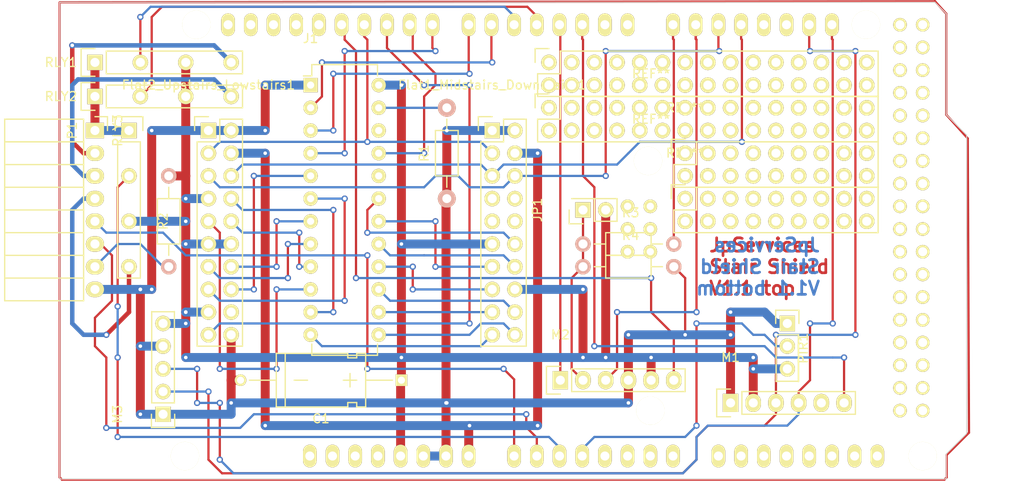
<source format=kicad_pcb>
(kicad_pcb (version 4) (host pcbnew 4.0.1-stable)

  (general
    (links 87)
    (no_connects 1)
    (area 141.218128 46.1296 256.561001 105.4536)
    (thickness 1.6)
    (drawings 11)
    (tracks 468)
    (zones 0)
    (modules 22)
    (nets 112)
  )

  (page A4)
  (layers
    (0 F.Cu signal)
    (31 B.Cu signal)
    (33 F.Adhes user)
    (35 F.Paste user hide)
    (37 F.SilkS user hide)
    (39 F.Mask user)
    (40 Dwgs.User user)
    (41 Cmts.User user hide)
    (42 Eco1.User user)
    (43 Eco2.User user)
    (44 Edge.Cuts user)
    (45 Margin user)
    (47 F.CrtYd user hide)
    (49 F.Fab user)
  )

  (setup
    (last_trace_width 0.25)
    (trace_clearance 0.2)
    (zone_clearance 0.508)
    (zone_45_only no)
    (trace_min 0.2)
    (segment_width 0.2)
    (edge_width 0.1)
    (via_size 0.7)
    (via_drill 0.4)
    (via_min_size 0.4)
    (via_min_drill 0.3)
    (uvia_size 0.3)
    (uvia_drill 0.1)
    (uvias_allowed no)
    (uvia_min_size 0.2)
    (uvia_min_drill 0.1)
    (pcb_text_width 0.3)
    (pcb_text_size 1.5 1.5)
    (mod_edge_width 0.15)
    (mod_text_size 1 1)
    (mod_text_width 0.15)
    (pad_size 1.7272 1.7272)
    (pad_drill 1.016)
    (pad_to_mask_clearance 0)
    (aux_axis_origin 0 0)
    (visible_elements FFFEFFFF)
    (pcbplotparams
      (layerselection 0x00030_80000001)
      (usegerberextensions false)
      (excludeedgelayer true)
      (linewidth 0.100000)
      (plotframeref false)
      (viasonmask false)
      (mode 1)
      (useauxorigin false)
      (hpglpennumber 1)
      (hpglpenspeed 20)
      (hpglpendiameter 15)
      (hpglpenoverlay 2)
      (psnegative false)
      (psa4output false)
      (plotreference true)
      (plotvalue true)
      (plotinvisibletext false)
      (padsonsilk false)
      (subtractmaskfromsilk false)
      (outputformat 1)
      (mirror false)
      (drillshape 1)
      (scaleselection 1)
      (outputdirectory ""))
  )

  (net 0 "")
  (net 1 "Net-(Flat1_Midstairs_Downstairs1-Pad3)")
  (net 2 "Net-(Flat1_Midstairs_Downstairs1-Pad4)")
  (net 3 "Net-(Flat1_Midstairs_Downstairs1-Pad5)")
  (net 4 "Net-(Flat1_Midstairs_Downstairs1-Pad6)")
  (net 5 "Net-(Flat1_Midstairs_Downstairs1-Pad7)")
  (net 6 "Net-(Flat1_Midstairs_Downstairs1-Pad8)")
  (net 7 "Net-(Flat1_Midstairs_Downstairs1-Pad9)")
  (net 8 "Net-(Flat1_Midstairs_Downstairs1-Pad10)")
  (net 9 "Net-(Flat1_Midstairs_Downstairs1-Pad12)")
  (net 10 "Net-(Flat1_Midstairs_Downstairs1-Pad13)")
  (net 11 "Net-(Flat1_Midstairs_Downstairs1-Pad14)")
  (net 12 "Net-(Flat1_Midstairs_Downstairs1-Pad15)")
  (net 13 "Net-(Flat1_Midstairs_Downstairs1-Pad17)")
  (net 14 "Net-(Flat1_Midstairs_Downstairs1-Pad18)")
  (net 15 "Net-(Flat1_Midstairs_Downstairs1-Pad19)")
  (net 16 "Net-(Flat1_Midstairs_Downstairs1-Pad20)")
  (net 17 "Net-(Flat2_Upstairs_Lowstairs1-Pad8)")
  (net 18 "Net-(Flat2_Upstairs_Lowstairs1-Pad9)")
  (net 19 "Net-(Flat2_Upstairs_Lowstairs1-Pad10)")
  (net 20 "Net-(Flat2_Upstairs_Lowstairs1-Pad13)")
  (net 21 "Net-(Flat2_Upstairs_Lowstairs1-Pad14)")
  (net 22 "Net-(Flat2_Upstairs_Lowstairs1-Pad15)")
  (net 23 "Net-(Flat2_Upstairs_Lowstairs1-Pad16)")
  (net 24 "Net-(Flat2_Upstairs_Lowstairs1-Pad18)")
  (net 25 "Net-(Flat2_Upstairs_Lowstairs1-Pad19)")
  (net 26 "Net-(J1-Pad2)")
  (net 27 "Net-(J1-Pad3)")
  (net 28 "Net-(J1-Pad4)")
  (net 29 "Net-(J1-Pad20)")
  (net 30 "Net-(J1-Pad21)")
  (net 31 "Net-(J1-Pad22)")
  (net 32 "Net-(J1-Pad23)")
  (net 33 "Net-(LED_Master_2nd_Floor1-Pad14)")
  (net 34 "Net-(LED_Master_2nd_Floor1-Pad15)")
  (net 35 "Net-(LED_Master_2nd_Floor1-Pad20)")
  (net 36 "Net-(LED_Master_2nd_Floor1-Pad21)")
  (net 37 "Net-(LED_Master_2nd_Floor1-PadAD15)")
  (net 38 "Net-(LED_Master_2nd_Floor1-PadAD14)")
  (net 39 "Net-(LED_Master_2nd_Floor1-PadAD13)")
  (net 40 "Net-(LED_Master_2nd_Floor1-PadAD12)")
  (net 41 "Net-(LED_Master_2nd_Floor1-PadAD8)")
  (net 42 "Net-(LED_Master_2nd_Floor1-PadAD7)")
  (net 43 "Net-(LED_Master_2nd_Floor1-PadAD6)")
  (net 44 "Net-(LED_Master_2nd_Floor1-PadAD9)")
  (net 45 "Net-(LED_Master_2nd_Floor1-PadAD10)")
  (net 46 "Net-(LED_Master_2nd_Floor1-PadAD11)")
  (net 47 "Net-(LED_Master_2nd_Floor1-PadAD5)")
  (net 48 "Net-(LED_Master_2nd_Floor1-PadAD4)")
  (net 49 "Net-(LED_Master_2nd_Floor1-PadAD3)")
  (net 50 "Net-(LED_Master_2nd_Floor1-Pad3V3)")
  (net 51 "Net-(LED_Master_2nd_Floor1-PadRST)")
  (net 52 "Net-(LED_Master_2nd_Floor1-Pad0)")
  (net 53 "Net-(LED_Master_2nd_Floor1-Pad1)")
  (net 54 "Net-(LED_Master_2nd_Floor1-Pad12)")
  (net 55 "Net-(LED_Master_2nd_Floor1-Pad13)")
  (net 56 "Net-(LED_Master_2nd_Floor1-PadGND3)")
  (net 57 "Net-(LED_Master_2nd_Floor1-PadAREF)")
  (net 58 "Net-(LED_Master_2nd_Floor1-Pad22)")
  (net 59 "Net-(LED_Master_2nd_Floor1-Pad23)")
  (net 60 "Net-(LED_Master_2nd_Floor1-Pad24)")
  (net 61 "Net-(LED_Master_2nd_Floor1-Pad25)")
  (net 62 "Net-(LED_Master_2nd_Floor1-Pad26)")
  (net 63 "Net-(LED_Master_2nd_Floor1-Pad27)")
  (net 64 "Net-(LED_Master_2nd_Floor1-Pad28)")
  (net 65 "Net-(LED_Master_2nd_Floor1-Pad29)")
  (net 66 "Net-(LED_Master_2nd_Floor1-Pad5V_4)")
  (net 67 "Net-(LED_Master_2nd_Floor1-Pad5V_5)")
  (net 68 "Net-(LED_Master_2nd_Floor1-Pad31)")
  (net 69 "Net-(LED_Master_2nd_Floor1-Pad30)")
  (net 70 "Net-(LED_Master_2nd_Floor1-Pad32)")
  (net 71 "Net-(LED_Master_2nd_Floor1-Pad33)")
  (net 72 "Net-(LED_Master_2nd_Floor1-Pad34)")
  (net 73 "Net-(LED_Master_2nd_Floor1-Pad35)")
  (net 74 "Net-(LED_Master_2nd_Floor1-Pad36)")
  (net 75 "Net-(LED_Master_2nd_Floor1-Pad37)")
  (net 76 "Net-(LED_Master_2nd_Floor1-Pad38)")
  (net 77 "Net-(LED_Master_2nd_Floor1-Pad39)")
  (net 78 "Net-(LED_Master_2nd_Floor1-Pad40)")
  (net 79 "Net-(LED_Master_2nd_Floor1-Pad41)")
  (net 80 "Net-(LED_Master_2nd_Floor1-Pad42)")
  (net 81 "Net-(LED_Master_2nd_Floor1-Pad43)")
  (net 82 "Net-(LED_Master_2nd_Floor1-Pad44)")
  (net 83 "Net-(LED_Master_2nd_Floor1-Pad45)")
  (net 84 "Net-(LED_Master_2nd_Floor1-Pad46)")
  (net 85 "Net-(LED_Master_2nd_Floor1-Pad47)")
  (net 86 "Net-(LED_Master_2nd_Floor1-Pad48)")
  (net 87 "Net-(LED_Master_2nd_Floor1-Pad49)")
  (net 88 "Net-(LED_Master_2nd_Floor1-Pad50)")
  (net 89 "Net-(LED_Master_2nd_Floor1-Pad51)")
  (net 90 "Net-(LED_Master_2nd_Floor1-Pad52)")
  (net 91 "Net-(LED_Master_2nd_Floor1-Pad53)")
  (net 92 "Net-(LED_Master_2nd_Floor1-PadGND4)")
  (net 93 "Net-(LED_Master_2nd_Floor1-PadGND5)")
  (net 94 +5V)
  (net 95 GND)
  (net 96 "Net-(LED_Master_2nd_Floor1-Pad18)")
  (net 97 "Net-(LED_Master_2nd_Floor1-Pad19)")
  (net 98 "Net-(M1-Pad5)")
  (net 99 "/Bell Control/RingDown")
  (net 100 "/Bell Control/RingUp")
  (net 101 "Net-(LED_Master_2nd_Floor1-Pad2)")
  (net 102 "Net-(LED_Master_2nd_Floor1-Pad3)")
  (net 103 "/Bell Control/BellUpOn")
  (net 104 "/Bell Control/BellDownOn")
  (net 105 "Net-(P1-Pad1)")
  (net 106 "Net-(P1-Pad2)")
  (net 107 "Net-(P1-Pad3)")
  (net 108 "Net-(P1-Pad7)")
  (net 109 "Net-(JP1-Pad1)")
  (net 110 "/Bell Control/DoorStrikeOn")
  (net 111 "Net-(P1-Pad4)")

  (net_class Default "This is the default net class."
    (clearance 0.2)
    (trace_width 0.25)
    (via_dia 0.7)
    (via_drill 0.4)
    (uvia_dia 0.3)
    (uvia_drill 0.1)
    (add_net "/Bell Control/BellDownOn")
    (add_net "/Bell Control/BellUpOn")
    (add_net "/Bell Control/DoorStrikeOn")
    (add_net "/Bell Control/RingDown")
    (add_net "/Bell Control/RingUp")
    (add_net "Net-(Flat1_Midstairs_Downstairs1-Pad10)")
    (add_net "Net-(Flat1_Midstairs_Downstairs1-Pad12)")
    (add_net "Net-(Flat1_Midstairs_Downstairs1-Pad13)")
    (add_net "Net-(Flat1_Midstairs_Downstairs1-Pad14)")
    (add_net "Net-(Flat1_Midstairs_Downstairs1-Pad15)")
    (add_net "Net-(Flat1_Midstairs_Downstairs1-Pad17)")
    (add_net "Net-(Flat1_Midstairs_Downstairs1-Pad18)")
    (add_net "Net-(Flat1_Midstairs_Downstairs1-Pad19)")
    (add_net "Net-(Flat1_Midstairs_Downstairs1-Pad20)")
    (add_net "Net-(Flat1_Midstairs_Downstairs1-Pad3)")
    (add_net "Net-(Flat1_Midstairs_Downstairs1-Pad5)")
    (add_net "Net-(Flat1_Midstairs_Downstairs1-Pad6)")
    (add_net "Net-(Flat1_Midstairs_Downstairs1-Pad7)")
    (add_net "Net-(Flat1_Midstairs_Downstairs1-Pad8)")
    (add_net "Net-(Flat1_Midstairs_Downstairs1-Pad9)")
    (add_net "Net-(Flat2_Upstairs_Lowstairs1-Pad10)")
    (add_net "Net-(Flat2_Upstairs_Lowstairs1-Pad13)")
    (add_net "Net-(Flat2_Upstairs_Lowstairs1-Pad14)")
    (add_net "Net-(Flat2_Upstairs_Lowstairs1-Pad15)")
    (add_net "Net-(Flat2_Upstairs_Lowstairs1-Pad16)")
    (add_net "Net-(Flat2_Upstairs_Lowstairs1-Pad18)")
    (add_net "Net-(Flat2_Upstairs_Lowstairs1-Pad19)")
    (add_net "Net-(Flat2_Upstairs_Lowstairs1-Pad8)")
    (add_net "Net-(Flat2_Upstairs_Lowstairs1-Pad9)")
    (add_net "Net-(J1-Pad2)")
    (add_net "Net-(J1-Pad20)")
    (add_net "Net-(J1-Pad21)")
    (add_net "Net-(J1-Pad22)")
    (add_net "Net-(J1-Pad23)")
    (add_net "Net-(J1-Pad3)")
    (add_net "Net-(J1-Pad4)")
    (add_net "Net-(JP1-Pad1)")
    (add_net "Net-(LED_Master_2nd_Floor1-Pad0)")
    (add_net "Net-(LED_Master_2nd_Floor1-Pad1)")
    (add_net "Net-(LED_Master_2nd_Floor1-Pad12)")
    (add_net "Net-(LED_Master_2nd_Floor1-Pad13)")
    (add_net "Net-(LED_Master_2nd_Floor1-Pad14)")
    (add_net "Net-(LED_Master_2nd_Floor1-Pad15)")
    (add_net "Net-(LED_Master_2nd_Floor1-Pad18)")
    (add_net "Net-(LED_Master_2nd_Floor1-Pad19)")
    (add_net "Net-(LED_Master_2nd_Floor1-Pad2)")
    (add_net "Net-(LED_Master_2nd_Floor1-Pad20)")
    (add_net "Net-(LED_Master_2nd_Floor1-Pad21)")
    (add_net "Net-(LED_Master_2nd_Floor1-Pad22)")
    (add_net "Net-(LED_Master_2nd_Floor1-Pad23)")
    (add_net "Net-(LED_Master_2nd_Floor1-Pad24)")
    (add_net "Net-(LED_Master_2nd_Floor1-Pad25)")
    (add_net "Net-(LED_Master_2nd_Floor1-Pad26)")
    (add_net "Net-(LED_Master_2nd_Floor1-Pad27)")
    (add_net "Net-(LED_Master_2nd_Floor1-Pad28)")
    (add_net "Net-(LED_Master_2nd_Floor1-Pad29)")
    (add_net "Net-(LED_Master_2nd_Floor1-Pad3)")
    (add_net "Net-(LED_Master_2nd_Floor1-Pad30)")
    (add_net "Net-(LED_Master_2nd_Floor1-Pad31)")
    (add_net "Net-(LED_Master_2nd_Floor1-Pad32)")
    (add_net "Net-(LED_Master_2nd_Floor1-Pad33)")
    (add_net "Net-(LED_Master_2nd_Floor1-Pad34)")
    (add_net "Net-(LED_Master_2nd_Floor1-Pad35)")
    (add_net "Net-(LED_Master_2nd_Floor1-Pad36)")
    (add_net "Net-(LED_Master_2nd_Floor1-Pad37)")
    (add_net "Net-(LED_Master_2nd_Floor1-Pad38)")
    (add_net "Net-(LED_Master_2nd_Floor1-Pad39)")
    (add_net "Net-(LED_Master_2nd_Floor1-Pad3V3)")
    (add_net "Net-(LED_Master_2nd_Floor1-Pad40)")
    (add_net "Net-(LED_Master_2nd_Floor1-Pad41)")
    (add_net "Net-(LED_Master_2nd_Floor1-Pad42)")
    (add_net "Net-(LED_Master_2nd_Floor1-Pad43)")
    (add_net "Net-(LED_Master_2nd_Floor1-Pad44)")
    (add_net "Net-(LED_Master_2nd_Floor1-Pad45)")
    (add_net "Net-(LED_Master_2nd_Floor1-Pad46)")
    (add_net "Net-(LED_Master_2nd_Floor1-Pad47)")
    (add_net "Net-(LED_Master_2nd_Floor1-Pad48)")
    (add_net "Net-(LED_Master_2nd_Floor1-Pad49)")
    (add_net "Net-(LED_Master_2nd_Floor1-Pad50)")
    (add_net "Net-(LED_Master_2nd_Floor1-Pad51)")
    (add_net "Net-(LED_Master_2nd_Floor1-Pad52)")
    (add_net "Net-(LED_Master_2nd_Floor1-Pad53)")
    (add_net "Net-(LED_Master_2nd_Floor1-PadAD10)")
    (add_net "Net-(LED_Master_2nd_Floor1-PadAD11)")
    (add_net "Net-(LED_Master_2nd_Floor1-PadAD12)")
    (add_net "Net-(LED_Master_2nd_Floor1-PadAD13)")
    (add_net "Net-(LED_Master_2nd_Floor1-PadAD14)")
    (add_net "Net-(LED_Master_2nd_Floor1-PadAD15)")
    (add_net "Net-(LED_Master_2nd_Floor1-PadAD3)")
    (add_net "Net-(LED_Master_2nd_Floor1-PadAD4)")
    (add_net "Net-(LED_Master_2nd_Floor1-PadAD5)")
    (add_net "Net-(LED_Master_2nd_Floor1-PadAD6)")
    (add_net "Net-(LED_Master_2nd_Floor1-PadAD7)")
    (add_net "Net-(LED_Master_2nd_Floor1-PadAD8)")
    (add_net "Net-(LED_Master_2nd_Floor1-PadAD9)")
    (add_net "Net-(LED_Master_2nd_Floor1-PadAREF)")
    (add_net "Net-(LED_Master_2nd_Floor1-PadGND3)")
    (add_net "Net-(LED_Master_2nd_Floor1-PadGND4)")
    (add_net "Net-(LED_Master_2nd_Floor1-PadGND5)")
    (add_net "Net-(LED_Master_2nd_Floor1-PadRST)")
    (add_net "Net-(M1-Pad5)")
    (add_net "Net-(P1-Pad7)")
  )

  (net_class 12VAC ""
    (clearance 0.2)
    (trace_width 0.5)
    (via_dia 0.6)
    (via_drill 0.4)
    (uvia_dia 0.3)
    (uvia_drill 0.1)
    (add_net "Net-(P1-Pad2)")
    (add_net "Net-(P1-Pad3)")
    (add_net "Net-(P1-Pad4)")
  )

  (net_class Power ""
    (clearance 0.2)
    (trace_width 1)
    (via_dia 0.6)
    (via_drill 0.4)
    (uvia_dia 0.3)
    (uvia_drill 0.1)
    (add_net +5V)
    (add_net GND)
    (add_net "Net-(Flat1_Midstairs_Downstairs1-Pad4)")
    (add_net "Net-(LED_Master_2nd_Floor1-Pad5V_4)")
    (add_net "Net-(LED_Master_2nd_Floor1-Pad5V_5)")
    (add_net "Net-(P1-Pad1)")
  )

  (module Socket_Strips:Socket_Strip_Straight_2x15 (layer F.Cu) (tedit 5741D398) (tstamp 57493917)
    (at 203.2 58.42)
    (descr "Through hole socket strip")
    (tags "socket strip")
    (fp_text reference REF** (at 11.43 1.27) (layer F.SilkS)
      (effects (font (size 1 1) (thickness 0.15)))
    )
    (fp_text value Socket_Strip_Straight_2x15 (at 19.05 0) (layer F.Fab)
      (effects (font (size 1 1) (thickness 0.15)))
    )
    (fp_line (start -1.75 -1.75) (end -1.75 4.3) (layer F.CrtYd) (width 0.05))
    (fp_line (start 37.35 -1.75) (end 37.35 4.3) (layer F.CrtYd) (width 0.05))
    (fp_line (start -1.75 -1.75) (end 37.35 -1.75) (layer F.CrtYd) (width 0.05))
    (fp_line (start -1.75 4.3) (end 37.35 4.3) (layer F.CrtYd) (width 0.05))
    (fp_line (start 36.83 3.81) (end -1.27 3.81) (layer F.SilkS) (width 0.15))
    (fp_line (start 1.27 -1.27) (end 36.83 -1.27) (layer F.SilkS) (width 0.15))
    (fp_line (start 36.83 3.81) (end 36.83 -1.27) (layer F.SilkS) (width 0.15))
    (fp_line (start -1.27 3.81) (end -1.27 1.27) (layer F.SilkS) (width 0.15))
    (fp_line (start 0 -1.55) (end -1.55 -1.55) (layer F.SilkS) (width 0.15))
    (fp_line (start -1.27 1.27) (end 1.27 1.27) (layer F.SilkS) (width 0.15))
    (fp_line (start 1.27 1.27) (end 1.27 -1.27) (layer F.SilkS) (width 0.15))
    (fp_line (start -1.55 -1.55) (end -1.55 0) (layer F.SilkS) (width 0.15))
    (pad 1 thru_hole circle (at 0 0) (size 1.7272 1.7272) (drill 1.016) (layers *.Cu *.Mask F.SilkS))
    (pad 2 thru_hole oval (at 0 2.54) (size 1.7272 1.7272) (drill 1.016) (layers *.Cu *.Mask F.SilkS))
    (pad 3 thru_hole oval (at 2.54 0) (size 1.7272 1.7272) (drill 1.016) (layers *.Cu *.Mask F.SilkS))
    (pad 4 thru_hole oval (at 2.54 2.54) (size 1.7272 1.7272) (drill 1.016) (layers *.Cu *.Mask F.SilkS))
    (pad 5 thru_hole oval (at 5.08 0) (size 1.7272 1.7272) (drill 1.016) (layers *.Cu *.Mask F.SilkS))
    (pad 6 thru_hole oval (at 5.08 2.54) (size 1.7272 1.7272) (drill 1.016) (layers *.Cu *.Mask F.SilkS))
    (pad 7 thru_hole oval (at 7.62 0) (size 1.7272 1.7272) (drill 1.016) (layers *.Cu *.Mask F.SilkS))
    (pad 8 thru_hole oval (at 7.62 2.54) (size 1.7272 1.7272) (drill 1.016) (layers *.Cu *.Mask F.SilkS))
    (pad 9 thru_hole oval (at 10.16 0) (size 1.7272 1.7272) (drill 1.016) (layers *.Cu *.Mask F.SilkS))
    (pad 10 thru_hole oval (at 10.16 2.54) (size 1.7272 1.7272) (drill 1.016) (layers *.Cu *.Mask F.SilkS))
    (pad 11 thru_hole oval (at 12.7 0) (size 1.7272 1.7272) (drill 1.016) (layers *.Cu *.Mask F.SilkS))
    (pad 12 thru_hole oval (at 12.7 2.54) (size 1.7272 1.7272) (drill 1.016) (layers *.Cu *.Mask F.SilkS))
    (pad 13 thru_hole oval (at 15.24 0) (size 1.7272 1.7272) (drill 1.016) (layers *.Cu *.Mask F.SilkS))
    (pad 14 thru_hole oval (at 15.24 2.54) (size 1.7272 1.7272) (drill 1.016) (layers *.Cu *.Mask F.SilkS))
    (pad 15 thru_hole oval (at 17.78 0) (size 1.7272 1.7272) (drill 1.016) (layers *.Cu *.Mask F.SilkS))
    (pad 16 thru_hole oval (at 17.78 2.54) (size 1.7272 1.7272) (drill 1.016) (layers *.Cu *.Mask F.SilkS))
    (pad 17 thru_hole oval (at 20.32 0) (size 1.7272 1.7272) (drill 1.016) (layers *.Cu *.Mask F.SilkS))
    (pad 18 thru_hole oval (at 20.32 2.54) (size 1.7272 1.7272) (drill 1.016) (layers *.Cu *.Mask F.SilkS))
    (pad 19 thru_hole oval (at 22.86 0) (size 1.7272 1.7272) (drill 1.016) (layers *.Cu *.Mask F.SilkS))
    (pad 20 thru_hole oval (at 22.86 2.54) (size 1.7272 1.7272) (drill 1.016) (layers *.Cu *.Mask F.SilkS))
    (pad 21 thru_hole oval (at 25.4 0) (size 1.7272 1.7272) (drill 1.016) (layers *.Cu *.Mask F.SilkS))
    (pad 22 thru_hole oval (at 25.4 2.54) (size 1.7272 1.7272) (drill 1.016) (layers *.Cu *.Mask F.SilkS))
    (pad 23 thru_hole oval (at 27.94 0) (size 1.7272 1.7272) (drill 1.016) (layers *.Cu *.Mask F.SilkS))
    (pad 24 thru_hole oval (at 27.94 2.54) (size 1.7272 1.7272) (drill 1.016) (layers *.Cu *.Mask F.SilkS))
    (pad 25 thru_hole oval (at 30.48 0) (size 1.7272 1.7272) (drill 1.016) (layers *.Cu *.Mask F.SilkS))
    (pad 26 thru_hole oval (at 30.48 2.54) (size 1.7272 1.7272) (drill 1.016) (layers *.Cu *.Mask F.SilkS))
    (pad 27 thru_hole oval (at 33.02 0) (size 1.7272 1.7272) (drill 1.016) (layers *.Cu *.Mask F.SilkS))
    (pad 28 thru_hole oval (at 33.02 2.54) (size 1.7272 1.7272) (drill 1.016) (layers *.Cu *.Mask F.SilkS))
    (pad 29 thru_hole oval (at 35.56 0) (size 1.7272 1.7272) (drill 1.016) (layers *.Cu *.Mask F.SilkS))
    (pad 30 thru_hole oval (at 35.56 2.54) (size 1.7272 1.7272) (drill 1.016) (layers *.Cu *.Mask F.SilkS))
    (model Socket_Strips.3dshapes/Socket_Strip_Straight_2x15.wrl
      (at (xyz 0.7 -0.05 0))
      (scale (xyz 1 1 1))
      (rotate (xyz 0 0 180))
    )
  )

  (module Socket_Strips:Socket_Strip_Straight_2x09 (layer F.Cu) (tedit 5741D5B9) (tstamp 574938A8)
    (at 218.44 73.66)
    (descr "Through hole socket strip")
    (tags "socket strip")
    (fp_text reference REF** (at 0 -5.1) (layer F.SilkS)
      (effects (font (size 1 1) (thickness 0.15)))
    )
    (fp_text value Socket_Strip_Straight_2x09 (at 0 -3.1) (layer F.Fab)
      (effects (font (size 1 1) (thickness 0.15)))
    )
    (fp_line (start -1.75 -1.75) (end -1.75 4.3) (layer F.CrtYd) (width 0.05))
    (fp_line (start 22.1 -1.75) (end 22.1 4.3) (layer F.CrtYd) (width 0.05))
    (fp_line (start -1.75 -1.75) (end 22.1 -1.75) (layer F.CrtYd) (width 0.05))
    (fp_line (start -1.75 4.3) (end 22.1 4.3) (layer F.CrtYd) (width 0.05))
    (fp_line (start 21.59 3.81) (end -1.27 3.81) (layer F.SilkS) (width 0.15))
    (fp_line (start 1.27 -1.27) (end 21.59 -1.27) (layer F.SilkS) (width 0.15))
    (fp_line (start 21.59 3.81) (end 21.59 -1.27) (layer F.SilkS) (width 0.15))
    (fp_line (start -1.27 3.81) (end -1.27 1.27) (layer F.SilkS) (width 0.15))
    (fp_line (start 0 -1.55) (end -1.55 -1.55) (layer F.SilkS) (width 0.15))
    (fp_line (start -1.27 1.27) (end 1.27 1.27) (layer F.SilkS) (width 0.15))
    (fp_line (start 1.27 1.27) (end 1.27 -1.27) (layer F.SilkS) (width 0.15))
    (fp_line (start -1.55 -1.55) (end -1.55 0) (layer F.SilkS) (width 0.15))
    (pad 1 thru_hole circle (at 0 0) (size 1.7272 1.7272) (drill 1.016) (layers *.Cu *.Mask F.SilkS))
    (pad 2 thru_hole oval (at 0 2.54) (size 1.7272 1.7272) (drill 1.016) (layers *.Cu *.Mask F.SilkS))
    (pad 3 thru_hole oval (at 2.54 0) (size 1.7272 1.7272) (drill 1.016) (layers *.Cu *.Mask F.SilkS))
    (pad 4 thru_hole oval (at 2.54 2.54) (size 1.7272 1.7272) (drill 1.016) (layers *.Cu *.Mask F.SilkS))
    (pad 5 thru_hole oval (at 5.08 0) (size 1.7272 1.7272) (drill 1.016) (layers *.Cu *.Mask F.SilkS))
    (pad 6 thru_hole oval (at 5.08 2.54) (size 1.7272 1.7272) (drill 1.016) (layers *.Cu *.Mask F.SilkS))
    (pad 7 thru_hole oval (at 7.62 0) (size 1.7272 1.7272) (drill 1.016) (layers *.Cu *.Mask F.SilkS))
    (pad 8 thru_hole oval (at 7.62 2.54) (size 1.7272 1.7272) (drill 1.016) (layers *.Cu *.Mask F.SilkS))
    (pad 9 thru_hole oval (at 10.16 0) (size 1.7272 1.7272) (drill 1.016) (layers *.Cu *.Mask F.SilkS))
    (pad 10 thru_hole oval (at 10.16 2.54) (size 1.7272 1.7272) (drill 1.016) (layers *.Cu *.Mask F.SilkS))
    (pad 11 thru_hole oval (at 12.7 0) (size 1.7272 1.7272) (drill 1.016) (layers *.Cu *.Mask F.SilkS))
    (pad 12 thru_hole oval (at 12.7 2.54) (size 1.7272 1.7272) (drill 1.016) (layers *.Cu *.Mask F.SilkS))
    (pad 13 thru_hole oval (at 15.24 0) (size 1.7272 1.7272) (drill 1.016) (layers *.Cu *.Mask F.SilkS))
    (pad 14 thru_hole oval (at 15.24 2.54) (size 1.7272 1.7272) (drill 1.016) (layers *.Cu *.Mask F.SilkS))
    (pad 15 thru_hole oval (at 17.78 0) (size 1.7272 1.7272) (drill 1.016) (layers *.Cu *.Mask F.SilkS))
    (pad 16 thru_hole oval (at 17.78 2.54) (size 1.7272 1.7272) (drill 1.016) (layers *.Cu *.Mask F.SilkS))
    (pad 17 thru_hole oval (at 20.32 0) (size 1.7272 1.7272) (drill 1.016) (layers *.Cu *.Mask F.SilkS))
    (pad 18 thru_hole oval (at 20.32 2.54) (size 1.7272 1.7272) (drill 1.016) (layers *.Cu *.Mask F.SilkS))
    (model Socket_Strips.3dshapes/Socket_Strip_Straight_2x09.wrl
      (at (xyz 0.4 -0.05 0))
      (scale (xyz 1 1 1))
      (rotate (xyz 0 0 180))
    )
  )

  (module Socket_Strips:Socket_Strip_Straight_2x09 (layer F.Cu) (tedit 5741D5B9) (tstamp 574937A5)
    (at 218.44 68.58)
    (descr "Through hole socket strip")
    (tags "socket strip")
    (fp_text reference REF** (at 0 -5.1) (layer F.SilkS)
      (effects (font (size 1 1) (thickness 0.15)))
    )
    (fp_text value Socket_Strip_Straight_2x09 (at 0 -3.1) (layer F.Fab)
      (effects (font (size 1 1) (thickness 0.15)))
    )
    (fp_line (start -1.75 -1.75) (end -1.75 4.3) (layer F.CrtYd) (width 0.05))
    (fp_line (start 22.1 -1.75) (end 22.1 4.3) (layer F.CrtYd) (width 0.05))
    (fp_line (start -1.75 -1.75) (end 22.1 -1.75) (layer F.CrtYd) (width 0.05))
    (fp_line (start -1.75 4.3) (end 22.1 4.3) (layer F.CrtYd) (width 0.05))
    (fp_line (start 21.59 3.81) (end -1.27 3.81) (layer F.SilkS) (width 0.15))
    (fp_line (start 1.27 -1.27) (end 21.59 -1.27) (layer F.SilkS) (width 0.15))
    (fp_line (start 21.59 3.81) (end 21.59 -1.27) (layer F.SilkS) (width 0.15))
    (fp_line (start -1.27 3.81) (end -1.27 1.27) (layer F.SilkS) (width 0.15))
    (fp_line (start 0 -1.55) (end -1.55 -1.55) (layer F.SilkS) (width 0.15))
    (fp_line (start -1.27 1.27) (end 1.27 1.27) (layer F.SilkS) (width 0.15))
    (fp_line (start 1.27 1.27) (end 1.27 -1.27) (layer F.SilkS) (width 0.15))
    (fp_line (start -1.55 -1.55) (end -1.55 0) (layer F.SilkS) (width 0.15))
    (pad 1 thru_hole circle (at 0 0) (size 1.7272 1.7272) (drill 1.016) (layers *.Cu *.Mask F.SilkS))
    (pad 2 thru_hole oval (at 0 2.54) (size 1.7272 1.7272) (drill 1.016) (layers *.Cu *.Mask F.SilkS))
    (pad 3 thru_hole oval (at 2.54 0) (size 1.7272 1.7272) (drill 1.016) (layers *.Cu *.Mask F.SilkS))
    (pad 4 thru_hole oval (at 2.54 2.54) (size 1.7272 1.7272) (drill 1.016) (layers *.Cu *.Mask F.SilkS))
    (pad 5 thru_hole oval (at 5.08 0) (size 1.7272 1.7272) (drill 1.016) (layers *.Cu *.Mask F.SilkS))
    (pad 6 thru_hole oval (at 5.08 2.54) (size 1.7272 1.7272) (drill 1.016) (layers *.Cu *.Mask F.SilkS))
    (pad 7 thru_hole oval (at 7.62 0) (size 1.7272 1.7272) (drill 1.016) (layers *.Cu *.Mask F.SilkS))
    (pad 8 thru_hole oval (at 7.62 2.54) (size 1.7272 1.7272) (drill 1.016) (layers *.Cu *.Mask F.SilkS))
    (pad 9 thru_hole oval (at 10.16 0) (size 1.7272 1.7272) (drill 1.016) (layers *.Cu *.Mask F.SilkS))
    (pad 10 thru_hole oval (at 10.16 2.54) (size 1.7272 1.7272) (drill 1.016) (layers *.Cu *.Mask F.SilkS))
    (pad 11 thru_hole oval (at 12.7 0) (size 1.7272 1.7272) (drill 1.016) (layers *.Cu *.Mask F.SilkS))
    (pad 12 thru_hole oval (at 12.7 2.54) (size 1.7272 1.7272) (drill 1.016) (layers *.Cu *.Mask F.SilkS))
    (pad 13 thru_hole oval (at 15.24 0) (size 1.7272 1.7272) (drill 1.016) (layers *.Cu *.Mask F.SilkS))
    (pad 14 thru_hole oval (at 15.24 2.54) (size 1.7272 1.7272) (drill 1.016) (layers *.Cu *.Mask F.SilkS))
    (pad 15 thru_hole oval (at 17.78 0) (size 1.7272 1.7272) (drill 1.016) (layers *.Cu *.Mask F.SilkS))
    (pad 16 thru_hole oval (at 17.78 2.54) (size 1.7272 1.7272) (drill 1.016) (layers *.Cu *.Mask F.SilkS))
    (pad 17 thru_hole oval (at 20.32 0) (size 1.7272 1.7272) (drill 1.016) (layers *.Cu *.Mask F.SilkS))
    (pad 18 thru_hole oval (at 20.32 2.54) (size 1.7272 1.7272) (drill 1.016) (layers *.Cu *.Mask F.SilkS))
    (model Socket_Strips.3dshapes/Socket_Strip_Straight_2x09.wrl
      (at (xyz 0.4 -0.05 0))
      (scale (xyz 1 1 1))
      (rotate (xyz 0 0 180))
    )
  )

  (module Socket_Strips:Socket_Strip_Straight_2x15 (layer F.Cu) (tedit 5741D398) (tstamp 574903FB)
    (at 203.2 63.5)
    (descr "Through hole socket strip")
    (tags "socket strip")
    (fp_text reference REF** (at 11.43 1.27) (layer F.SilkS)
      (effects (font (size 1 1) (thickness 0.15)))
    )
    (fp_text value Socket_Strip_Straight_2x15 (at 19.05 0) (layer F.Fab)
      (effects (font (size 1 1) (thickness 0.15)))
    )
    (fp_line (start -1.75 -1.75) (end -1.75 4.3) (layer F.CrtYd) (width 0.05))
    (fp_line (start 37.35 -1.75) (end 37.35 4.3) (layer F.CrtYd) (width 0.05))
    (fp_line (start -1.75 -1.75) (end 37.35 -1.75) (layer F.CrtYd) (width 0.05))
    (fp_line (start -1.75 4.3) (end 37.35 4.3) (layer F.CrtYd) (width 0.05))
    (fp_line (start 36.83 3.81) (end -1.27 3.81) (layer F.SilkS) (width 0.15))
    (fp_line (start 1.27 -1.27) (end 36.83 -1.27) (layer F.SilkS) (width 0.15))
    (fp_line (start 36.83 3.81) (end 36.83 -1.27) (layer F.SilkS) (width 0.15))
    (fp_line (start -1.27 3.81) (end -1.27 1.27) (layer F.SilkS) (width 0.15))
    (fp_line (start 0 -1.55) (end -1.55 -1.55) (layer F.SilkS) (width 0.15))
    (fp_line (start -1.27 1.27) (end 1.27 1.27) (layer F.SilkS) (width 0.15))
    (fp_line (start 1.27 1.27) (end 1.27 -1.27) (layer F.SilkS) (width 0.15))
    (fp_line (start -1.55 -1.55) (end -1.55 0) (layer F.SilkS) (width 0.15))
    (pad 1 thru_hole circle (at 0 0) (size 1.7272 1.7272) (drill 1.016) (layers *.Cu *.Mask F.SilkS))
    (pad 2 thru_hole oval (at 0 2.54) (size 1.7272 1.7272) (drill 1.016) (layers *.Cu *.Mask F.SilkS))
    (pad 3 thru_hole oval (at 2.54 0) (size 1.7272 1.7272) (drill 1.016) (layers *.Cu *.Mask F.SilkS))
    (pad 4 thru_hole oval (at 2.54 2.54) (size 1.7272 1.7272) (drill 1.016) (layers *.Cu *.Mask F.SilkS))
    (pad 5 thru_hole oval (at 5.08 0) (size 1.7272 1.7272) (drill 1.016) (layers *.Cu *.Mask F.SilkS))
    (pad 6 thru_hole oval (at 5.08 2.54) (size 1.7272 1.7272) (drill 1.016) (layers *.Cu *.Mask F.SilkS))
    (pad 7 thru_hole oval (at 7.62 0) (size 1.7272 1.7272) (drill 1.016) (layers *.Cu *.Mask F.SilkS))
    (pad 8 thru_hole oval (at 7.62 2.54) (size 1.7272 1.7272) (drill 1.016) (layers *.Cu *.Mask F.SilkS))
    (pad 9 thru_hole oval (at 10.16 0) (size 1.7272 1.7272) (drill 1.016) (layers *.Cu *.Mask F.SilkS))
    (pad 10 thru_hole oval (at 10.16 2.54) (size 1.7272 1.7272) (drill 1.016) (layers *.Cu *.Mask F.SilkS))
    (pad 11 thru_hole oval (at 12.7 0) (size 1.7272 1.7272) (drill 1.016) (layers *.Cu *.Mask F.SilkS))
    (pad 12 thru_hole oval (at 12.7 2.54) (size 1.7272 1.7272) (drill 1.016) (layers *.Cu *.Mask F.SilkS))
    (pad 13 thru_hole oval (at 15.24 0) (size 1.7272 1.7272) (drill 1.016) (layers *.Cu *.Mask F.SilkS))
    (pad 14 thru_hole oval (at 15.24 2.54) (size 1.7272 1.7272) (drill 1.016) (layers *.Cu *.Mask F.SilkS))
    (pad 15 thru_hole oval (at 17.78 0) (size 1.7272 1.7272) (drill 1.016) (layers *.Cu *.Mask F.SilkS))
    (pad 16 thru_hole oval (at 17.78 2.54) (size 1.7272 1.7272) (drill 1.016) (layers *.Cu *.Mask F.SilkS))
    (pad 17 thru_hole oval (at 20.32 0) (size 1.7272 1.7272) (drill 1.016) (layers *.Cu *.Mask F.SilkS))
    (pad 18 thru_hole oval (at 20.32 2.54) (size 1.7272 1.7272) (drill 1.016) (layers *.Cu *.Mask F.SilkS))
    (pad 19 thru_hole oval (at 22.86 0) (size 1.7272 1.7272) (drill 1.016) (layers *.Cu *.Mask F.SilkS))
    (pad 20 thru_hole oval (at 22.86 2.54) (size 1.7272 1.7272) (drill 1.016) (layers *.Cu *.Mask F.SilkS))
    (pad 21 thru_hole oval (at 25.4 0) (size 1.7272 1.7272) (drill 1.016) (layers *.Cu *.Mask F.SilkS))
    (pad 22 thru_hole oval (at 25.4 2.54) (size 1.7272 1.7272) (drill 1.016) (layers *.Cu *.Mask F.SilkS))
    (pad 23 thru_hole oval (at 27.94 0) (size 1.7272 1.7272) (drill 1.016) (layers *.Cu *.Mask F.SilkS))
    (pad 24 thru_hole oval (at 27.94 2.54) (size 1.7272 1.7272) (drill 1.016) (layers *.Cu *.Mask F.SilkS))
    (pad 25 thru_hole oval (at 30.48 0) (size 1.7272 1.7272) (drill 1.016) (layers *.Cu *.Mask F.SilkS))
    (pad 26 thru_hole oval (at 30.48 2.54) (size 1.7272 1.7272) (drill 1.016) (layers *.Cu *.Mask F.SilkS))
    (pad 27 thru_hole oval (at 33.02 0) (size 1.7272 1.7272) (drill 1.016) (layers *.Cu *.Mask F.SilkS))
    (pad 28 thru_hole oval (at 33.02 2.54) (size 1.7272 1.7272) (drill 1.016) (layers *.Cu *.Mask F.SilkS))
    (pad 29 thru_hole oval (at 35.56 0) (size 1.7272 1.7272) (drill 1.016) (layers *.Cu *.Mask F.SilkS))
    (pad 30 thru_hole oval (at 35.56 2.54) (size 1.7272 1.7272) (drill 1.016) (layers *.Cu *.Mask F.SilkS))
    (model Socket_Strips.3dshapes/Socket_Strip_Straight_2x15.wrl
      (at (xyz 0.7 -0.05 0))
      (scale (xyz 1 1 1))
      (rotate (xyz 0 0 180))
    )
  )

  (module Sockets:ARDUINO_MEGA_SHIELD (layer F.Cu) (tedit 0) (tstamp 573ADB26)
    (at 148.5011 105.0036)
    (descr http://www.thingiverse.com/thing:9630)
    (path /573A22D0)
    (fp_text reference LED_Master_2nd_Floor1 (at 6.35 -57.15) (layer F.SilkS)
      (effects (font (thickness 0.3048)))
    )
    (fp_text value ARDUINO_MEGA_SHIELD (at 13.97 -54.61) (layer F.SilkS) hide
      (effects (font (thickness 0.3048)))
    )
    (fp_line (start 0 -12.7) (end 12.065 -12.7) (layer Cmts.User) (width 0.127))
    (fp_line (start 12.065 -12.7) (end 12.065 0) (layer Cmts.User) (width 0.127))
    (fp_line (start 99.06 0) (end 0 0) (layer Cmts.User) (width 0.381))
    (fp_line (start 97.79 -53.34) (end 0 -53.34) (layer Cmts.User) (width 0.381))
    (fp_line (start 99.06 -40.64) (end 99.06 -52.07) (layer Cmts.User) (width 0.381))
    (fp_line (start 99.06 -52.07) (end 97.79 -53.34) (layer Cmts.User) (width 0.381))
    (fp_line (start 0 0) (end 0 -53.34) (layer Cmts.User) (width 0.381))
    (fp_line (start 99.06 -40.64) (end 101.6 -38.1) (layer Cmts.User) (width 0.381))
    (fp_line (start 101.6 -38.1) (end 101.6 -5.08) (layer Cmts.User) (width 0.381))
    (fp_line (start 101.6 -5.08) (end 99.06 -2.54) (layer Cmts.User) (width 0.381))
    (fp_line (start 99.06 -2.54) (end 99.06 0) (layer Cmts.User) (width 0.381))
    (pad 14 thru_hole oval (at 68.58 -50.8 90) (size 2.54 1.524) (drill 1.016) (layers *.Cu *.Mask F.SilkS)
      (net 33 "Net-(LED_Master_2nd_Floor1-Pad14)"))
    (pad 15 thru_hole oval (at 71.12 -50.8 90) (size 2.54 1.524) (drill 1.016) (layers *.Cu *.Mask F.SilkS)
      (net 34 "Net-(LED_Master_2nd_Floor1-Pad15)"))
    (pad 16 thru_hole oval (at 73.66 -50.8 90) (size 2.54 1.524) (drill 1.016) (layers *.Cu *.Mask F.SilkS)
      (net 4 "Net-(Flat1_Midstairs_Downstairs1-Pad6)"))
    (pad 17 thru_hole oval (at 76.2 -50.8 90) (size 2.54 1.524) (drill 1.016) (layers *.Cu *.Mask F.SilkS)
      (net 3 "Net-(Flat1_Midstairs_Downstairs1-Pad5)"))
    (pad 18 thru_hole oval (at 78.74 -50.8 90) (size 2.54 1.524) (drill 1.016) (layers *.Cu *.Mask F.SilkS)
      (net 96 "Net-(LED_Master_2nd_Floor1-Pad18)"))
    (pad 19 thru_hole oval (at 81.28 -50.8 90) (size 2.54 1.524) (drill 1.016) (layers *.Cu *.Mask F.SilkS)
      (net 97 "Net-(LED_Master_2nd_Floor1-Pad19)"))
    (pad 20 thru_hole oval (at 83.82 -50.8 90) (size 2.54 1.524) (drill 1.016) (layers *.Cu *.Mask F.SilkS)
      (net 35 "Net-(LED_Master_2nd_Floor1-Pad20)"))
    (pad 21 thru_hole oval (at 86.36 -50.8 90) (size 2.54 1.524) (drill 1.016) (layers *.Cu *.Mask F.SilkS)
      (net 36 "Net-(LED_Master_2nd_Floor1-Pad21)"))
    (pad AD15 thru_hole oval (at 91.44 -2.54 90) (size 2.54 1.524) (drill 1.016) (layers *.Cu *.Mask F.SilkS)
      (net 37 "Net-(LED_Master_2nd_Floor1-PadAD15)"))
    (pad AD14 thru_hole oval (at 88.9 -2.54 90) (size 2.54 1.524) (drill 1.016) (layers *.Cu *.Mask F.SilkS)
      (net 38 "Net-(LED_Master_2nd_Floor1-PadAD14)"))
    (pad AD13 thru_hole oval (at 86.36 -2.54 90) (size 2.54 1.524) (drill 1.016) (layers *.Cu *.Mask F.SilkS)
      (net 39 "Net-(LED_Master_2nd_Floor1-PadAD13)"))
    (pad AD12 thru_hole oval (at 83.82 -2.54 90) (size 2.54 1.524) (drill 1.016) (layers *.Cu *.Mask F.SilkS)
      (net 40 "Net-(LED_Master_2nd_Floor1-PadAD12)"))
    (pad AD8 thru_hole oval (at 73.66 -2.54 90) (size 2.54 1.524) (drill 1.016) (layers *.Cu *.Mask F.SilkS)
      (net 41 "Net-(LED_Master_2nd_Floor1-PadAD8)"))
    (pad AD7 thru_hole oval (at 68.58 -2.54 90) (size 2.54 1.524) (drill 1.016) (layers *.Cu *.Mask F.SilkS)
      (net 42 "Net-(LED_Master_2nd_Floor1-PadAD7)"))
    (pad AD6 thru_hole oval (at 66.04 -2.54 90) (size 2.54 1.524) (drill 1.016) (layers *.Cu *.Mask F.SilkS)
      (net 43 "Net-(LED_Master_2nd_Floor1-PadAD6)"))
    (pad AD9 thru_hole oval (at 76.2 -2.54 90) (size 2.54 1.524) (drill 1.016) (layers *.Cu *.Mask F.SilkS)
      (net 44 "Net-(LED_Master_2nd_Floor1-PadAD9)"))
    (pad AD10 thru_hole oval (at 78.74 -2.54 90) (size 2.54 1.524) (drill 1.016) (layers *.Cu *.Mask F.SilkS)
      (net 45 "Net-(LED_Master_2nd_Floor1-PadAD10)"))
    (pad AD11 thru_hole oval (at 81.28 -2.54 90) (size 2.54 1.524) (drill 1.016) (layers *.Cu *.Mask F.SilkS)
      (net 46 "Net-(LED_Master_2nd_Floor1-PadAD11)"))
    (pad AD5 thru_hole oval (at 63.5 -2.54 90) (size 2.54 1.524) (drill 1.016) (layers *.Cu *.Mask F.SilkS)
      (net 47 "Net-(LED_Master_2nd_Floor1-PadAD5)"))
    (pad AD4 thru_hole oval (at 60.96 -2.54 90) (size 2.54 1.524) (drill 1.016) (layers *.Cu *.Mask F.SilkS)
      (net 48 "Net-(LED_Master_2nd_Floor1-PadAD4)"))
    (pad AD3 thru_hole oval (at 58.42 -2.54 90) (size 2.54 1.524) (drill 1.016) (layers *.Cu *.Mask F.SilkS)
      (net 49 "Net-(LED_Master_2nd_Floor1-PadAD3)"))
    (pad AD0 thru_hole oval (at 50.8 -2.54 90) (size 2.54 1.524) (drill 1.016) (layers *.Cu *.Mask F.SilkS)
      (net 99 "/Bell Control/RingDown"))
    (pad AD1 thru_hole oval (at 53.34 -2.54 90) (size 2.54 1.524) (drill 1.016) (layers *.Cu *.Mask F.SilkS)
      (net 100 "/Bell Control/RingUp"))
    (pad AD2 thru_hole oval (at 55.88 -2.54 90) (size 2.54 1.524) (drill 1.016) (layers *.Cu *.Mask F.SilkS)
      (net 110 "/Bell Control/DoorStrikeOn"))
    (pad V_IN thru_hole oval (at 45.72 -2.54 90) (size 2.54 1.524) (drill 1.016) (layers *.Cu *.Mask F.SilkS)
      (net 2 "Net-(Flat1_Midstairs_Downstairs1-Pad4)"))
    (pad GND2 thru_hole oval (at 43.18 -2.54 90) (size 2.54 1.524) (drill 1.016) (layers *.Cu *.Mask F.SilkS)
      (net 95 GND))
    (pad GND1 thru_hole oval (at 40.64 -2.54 90) (size 2.54 1.524) (drill 1.016) (layers *.Cu *.Mask F.SilkS)
      (net 95 GND))
    (pad 3V3 thru_hole oval (at 35.56 -2.54 90) (size 2.54 1.524) (drill 1.016) (layers *.Cu *.Mask F.SilkS)
      (net 50 "Net-(LED_Master_2nd_Floor1-Pad3V3)"))
    (pad RST thru_hole oval (at 33.02 -2.54 90) (size 2.54 1.524) (drill 1.016) (layers *.Cu *.Mask F.SilkS)
      (net 51 "Net-(LED_Master_2nd_Floor1-PadRST)"))
    (pad 0 thru_hole oval (at 63.5 -50.8 90) (size 2.54 1.524) (drill 1.016) (layers *.Cu *.Mask F.SilkS)
      (net 52 "Net-(LED_Master_2nd_Floor1-Pad0)"))
    (pad 1 thru_hole oval (at 60.96 -50.8 90) (size 2.54 1.524) (drill 1.016) (layers *.Cu *.Mask F.SilkS)
      (net 53 "Net-(LED_Master_2nd_Floor1-Pad1)"))
    (pad 2 thru_hole oval (at 58.42 -50.8 90) (size 2.54 1.524) (drill 1.016) (layers *.Cu *.Mask F.SilkS)
      (net 101 "Net-(LED_Master_2nd_Floor1-Pad2)"))
    (pad 3 thru_hole oval (at 55.88 -50.8 90) (size 2.54 1.524) (drill 1.016) (layers *.Cu *.Mask F.SilkS)
      (net 102 "Net-(LED_Master_2nd_Floor1-Pad3)"))
    (pad 4 thru_hole oval (at 53.34 -50.8 90) (size 2.54 1.524) (drill 1.016) (layers *.Cu *.Mask F.SilkS)
      (net 103 "/Bell Control/BellUpOn"))
    (pad 5 thru_hole oval (at 50.8 -50.8 90) (size 2.54 1.524) (drill 1.016) (layers *.Cu *.Mask F.SilkS)
      (net 104 "/Bell Control/BellDownOn"))
    (pad 6 thru_hole oval (at 48.26 -50.8 90) (size 2.54 1.524) (drill 1.016) (layers *.Cu *.Mask F.SilkS)
      (net 26 "Net-(J1-Pad2)"))
    (pad 7 thru_hole oval (at 45.72 -50.8 90) (size 2.54 1.524) (drill 1.016) (layers *.Cu *.Mask F.SilkS)
      (net 27 "Net-(J1-Pad3)"))
    (pad 8 thru_hole oval (at 41.656 -50.8 90) (size 2.54 1.524) (drill 1.016) (layers *.Cu *.Mask F.SilkS)
      (net 28 "Net-(J1-Pad4)"))
    (pad 9 thru_hole oval (at 39.116 -50.8 90) (size 2.54 1.524) (drill 1.016) (layers *.Cu *.Mask F.SilkS)
      (net 30 "Net-(J1-Pad21)"))
    (pad 10 thru_hole oval (at 36.576 -50.8 90) (size 2.54 1.524) (drill 1.016) (layers *.Cu *.Mask F.SilkS)
      (net 25 "Net-(Flat2_Upstairs_Lowstairs1-Pad19)"))
    (pad 11 thru_hole oval (at 34.036 -50.8 90) (size 2.54 1.524) (drill 1.016) (layers *.Cu *.Mask F.SilkS)
      (net 1 "Net-(Flat1_Midstairs_Downstairs1-Pad3)"))
    (pad 12 thru_hole oval (at 31.496 -50.8 90) (size 2.54 1.524) (drill 1.016) (layers *.Cu *.Mask F.SilkS)
      (net 54 "Net-(LED_Master_2nd_Floor1-Pad12)"))
    (pad 13 thru_hole oval (at 28.956 -50.8 90) (size 2.54 1.524) (drill 1.016) (layers *.Cu *.Mask F.SilkS)
      (net 55 "Net-(LED_Master_2nd_Floor1-Pad13)"))
    (pad GND3 thru_hole oval (at 26.416 -50.8 90) (size 2.54 1.524) (drill 1.016) (layers *.Cu *.Mask F.SilkS)
      (net 56 "Net-(LED_Master_2nd_Floor1-PadGND3)"))
    (pad AREF thru_hole oval (at 23.876 -50.8 90) (size 2.54 1.524) (drill 1.016) (layers *.Cu *.Mask F.SilkS)
      (net 57 "Net-(LED_Master_2nd_Floor1-PadAREF)"))
    (pad 5V thru_hole oval (at 38.1 -2.54 90) (size 2.54 1.524) (drill 1.016) (layers *.Cu *.Mask F.SilkS)
      (net 94 +5V))
    (pad "" np_thru_hole circle (at 96.52 -2.54 90) (size 3.175 3.175) (drill 3.175) (layers *.Cu *.Mask F.SilkS))
    (pad "" np_thru_hole circle (at 90.17 -50.8 90) (size 3.175 3.175) (drill 3.175) (layers *.Cu *.Mask F.SilkS))
    (pad "" np_thru_hole circle (at 15.24 -50.8 90) (size 3.175 3.175) (drill 3.175) (layers *.Cu *.Mask F.SilkS))
    (pad "" np_thru_hole circle (at 13.97 -2.54 90) (size 3.175 3.175) (drill 3.175) (layers *.Cu *.Mask F.SilkS))
    (pad 22 thru_hole circle (at 93.98 -48.26) (size 1.524 1.524) (drill 1.016) (layers *.Cu *.Mask F.SilkS)
      (net 58 "Net-(LED_Master_2nd_Floor1-Pad22)"))
    (pad 23 thru_hole circle (at 96.52 -48.26) (size 1.524 1.524) (drill 1.016) (layers *.Cu *.Mask F.SilkS)
      (net 59 "Net-(LED_Master_2nd_Floor1-Pad23)"))
    (pad 24 thru_hole circle (at 93.98 -45.72) (size 1.524 1.524) (drill 1.016) (layers *.Cu *.Mask F.SilkS)
      (net 60 "Net-(LED_Master_2nd_Floor1-Pad24)"))
    (pad 25 thru_hole circle (at 96.52 -45.72) (size 1.524 1.524) (drill 1.016) (layers *.Cu *.Mask F.SilkS)
      (net 61 "Net-(LED_Master_2nd_Floor1-Pad25)"))
    (pad 26 thru_hole circle (at 93.98 -43.18) (size 1.524 1.524) (drill 1.016) (layers *.Cu *.Mask F.SilkS)
      (net 62 "Net-(LED_Master_2nd_Floor1-Pad26)"))
    (pad 27 thru_hole circle (at 96.52 -43.18) (size 1.524 1.524) (drill 1.016) (layers *.Cu *.Mask F.SilkS)
      (net 63 "Net-(LED_Master_2nd_Floor1-Pad27)"))
    (pad 28 thru_hole circle (at 93.98 -40.64) (size 1.524 1.524) (drill 1.016) (layers *.Cu *.Mask F.SilkS)
      (net 64 "Net-(LED_Master_2nd_Floor1-Pad28)"))
    (pad 29 thru_hole circle (at 96.52 -40.64) (size 1.524 1.524) (drill 1.016) (layers *.Cu *.Mask F.SilkS)
      (net 65 "Net-(LED_Master_2nd_Floor1-Pad29)"))
    (pad 5V_4 thru_hole circle (at 93.98 -50.8) (size 1.524 1.524) (drill 1.016) (layers *.Cu *.Mask F.SilkS)
      (net 66 "Net-(LED_Master_2nd_Floor1-Pad5V_4)"))
    (pad 5V_5 thru_hole circle (at 96.52 -50.8) (size 1.524 1.524) (drill 1.016) (layers *.Cu *.Mask F.SilkS)
      (net 67 "Net-(LED_Master_2nd_Floor1-Pad5V_5)"))
    (pad 31 thru_hole circle (at 96.52 -38.1) (size 1.524 1.524) (drill 1.016) (layers *.Cu *.Mask F.SilkS)
      (net 68 "Net-(LED_Master_2nd_Floor1-Pad31)"))
    (pad 30 thru_hole circle (at 93.98 -38.1) (size 1.524 1.524) (drill 1.016) (layers *.Cu *.Mask F.SilkS)
      (net 69 "Net-(LED_Master_2nd_Floor1-Pad30)"))
    (pad 32 thru_hole circle (at 93.98 -35.56) (size 1.524 1.524) (drill 1.016) (layers *.Cu *.Mask F.SilkS)
      (net 70 "Net-(LED_Master_2nd_Floor1-Pad32)"))
    (pad 33 thru_hole circle (at 96.52 -35.56) (size 1.524 1.524) (drill 1.016) (layers *.Cu *.Mask F.SilkS)
      (net 71 "Net-(LED_Master_2nd_Floor1-Pad33)"))
    (pad 34 thru_hole circle (at 93.98 -33.02) (size 1.524 1.524) (drill 1.016) (layers *.Cu *.Mask F.SilkS)
      (net 72 "Net-(LED_Master_2nd_Floor1-Pad34)"))
    (pad 35 thru_hole circle (at 96.52 -33.02) (size 1.524 1.524) (drill 1.016) (layers *.Cu *.Mask F.SilkS)
      (net 73 "Net-(LED_Master_2nd_Floor1-Pad35)"))
    (pad 36 thru_hole circle (at 93.98 -30.48) (size 1.524 1.524) (drill 1.016) (layers *.Cu *.Mask F.SilkS)
      (net 74 "Net-(LED_Master_2nd_Floor1-Pad36)"))
    (pad 37 thru_hole circle (at 96.52 -30.48) (size 1.524 1.524) (drill 1.016) (layers *.Cu *.Mask F.SilkS)
      (net 75 "Net-(LED_Master_2nd_Floor1-Pad37)"))
    (pad 38 thru_hole circle (at 93.98 -27.94) (size 1.524 1.524) (drill 1.016) (layers *.Cu *.Mask F.SilkS)
      (net 76 "Net-(LED_Master_2nd_Floor1-Pad38)"))
    (pad 39 thru_hole circle (at 96.52 -27.94) (size 1.524 1.524) (drill 1.016) (layers *.Cu *.Mask F.SilkS)
      (net 77 "Net-(LED_Master_2nd_Floor1-Pad39)"))
    (pad 40 thru_hole circle (at 93.98 -25.4) (size 1.524 1.524) (drill 1.016) (layers *.Cu *.Mask F.SilkS)
      (net 78 "Net-(LED_Master_2nd_Floor1-Pad40)"))
    (pad 41 thru_hole circle (at 96.52 -25.4) (size 1.524 1.524) (drill 1.016) (layers *.Cu *.Mask F.SilkS)
      (net 79 "Net-(LED_Master_2nd_Floor1-Pad41)"))
    (pad 42 thru_hole circle (at 93.98 -22.86) (size 1.524 1.524) (drill 1.016) (layers *.Cu *.Mask F.SilkS)
      (net 80 "Net-(LED_Master_2nd_Floor1-Pad42)"))
    (pad 43 thru_hole circle (at 96.52 -22.86) (size 1.524 1.524) (drill 1.016) (layers *.Cu *.Mask F.SilkS)
      (net 81 "Net-(LED_Master_2nd_Floor1-Pad43)"))
    (pad 44 thru_hole circle (at 93.98 -20.32) (size 1.524 1.524) (drill 1.016) (layers *.Cu *.Mask F.SilkS)
      (net 82 "Net-(LED_Master_2nd_Floor1-Pad44)"))
    (pad 45 thru_hole circle (at 96.52 -20.32) (size 1.524 1.524) (drill 1.016) (layers *.Cu *.Mask F.SilkS)
      (net 83 "Net-(LED_Master_2nd_Floor1-Pad45)"))
    (pad 46 thru_hole circle (at 93.98 -17.78) (size 1.524 1.524) (drill 1.016) (layers *.Cu *.Mask F.SilkS)
      (net 84 "Net-(LED_Master_2nd_Floor1-Pad46)"))
    (pad 47 thru_hole circle (at 96.52 -17.78) (size 1.524 1.524) (drill 1.016) (layers *.Cu *.Mask F.SilkS)
      (net 85 "Net-(LED_Master_2nd_Floor1-Pad47)"))
    (pad 48 thru_hole circle (at 93.98 -15.24) (size 1.524 1.524) (drill 1.016) (layers *.Cu *.Mask F.SilkS)
      (net 86 "Net-(LED_Master_2nd_Floor1-Pad48)"))
    (pad 49 thru_hole circle (at 96.52 -15.24) (size 1.524 1.524) (drill 1.016) (layers *.Cu *.Mask F.SilkS)
      (net 87 "Net-(LED_Master_2nd_Floor1-Pad49)"))
    (pad 50 thru_hole circle (at 93.98 -12.7) (size 1.524 1.524) (drill 1.016) (layers *.Cu *.Mask F.SilkS)
      (net 88 "Net-(LED_Master_2nd_Floor1-Pad50)"))
    (pad 51 thru_hole circle (at 96.52 -12.7) (size 1.524 1.524) (drill 1.016) (layers *.Cu *.Mask F.SilkS)
      (net 89 "Net-(LED_Master_2nd_Floor1-Pad51)"))
    (pad 52 thru_hole circle (at 93.98 -10.16) (size 1.524 1.524) (drill 1.016) (layers *.Cu *.Mask F.SilkS)
      (net 90 "Net-(LED_Master_2nd_Floor1-Pad52)"))
    (pad 53 thru_hole circle (at 96.52 -10.16) (size 1.524 1.524) (drill 1.016) (layers *.Cu *.Mask F.SilkS)
      (net 91 "Net-(LED_Master_2nd_Floor1-Pad53)"))
    (pad GND4 thru_hole circle (at 93.98 -7.62) (size 1.524 1.524) (drill 1.016) (layers *.Cu *.Mask F.SilkS)
      (net 92 "Net-(LED_Master_2nd_Floor1-PadGND4)"))
    (pad GND5 thru_hole circle (at 96.52 -7.62) (size 1.524 1.524) (drill 1.016) (layers *.Cu *.Mask F.SilkS)
      (net 93 "Net-(LED_Master_2nd_Floor1-PadGND5)"))
    (pad SP1 thru_hole circle (at 63.5 -30.48) (size 1.524 1.524) (drill 0.8128) (layers *.Cu *.Mask F.SilkS))
    (pad SP2 thru_hole circle (at 66.04 -30.48) (size 1.524 1.524) (drill 0.8128) (layers *.Cu *.Mask F.SilkS))
    (pad SP3 thru_hole circle (at 63.5 -27.94) (size 1.524 1.524) (drill 0.8128) (layers *.Cu *.Mask F.SilkS))
    (pad SP4 thru_hole circle (at 66.04 -27.94) (size 1.524 1.524) (drill 0.8128) (layers *.Cu *.Mask F.SilkS))
    (pad SP5 thru_hole circle (at 63.5 -25.4) (size 1.524 1.524) (drill 0.8128) (layers *.Cu *.Mask F.SilkS))
    (pad SP6 thru_hole circle (at 66.04 -25.4) (size 1.524 1.524) (drill 0.8128) (layers *.Cu *.Mask F.SilkS))
    (pad "" np_thru_hole circle (at 65.786 -35.56) (size 3.175 3.175) (drill 3.175) (layers *.Cu *.Mask F.SilkS))
    (pad "" np_thru_hole circle (at 66.04 -7.62) (size 3.175 3.175) (drill 3.175) (layers *.Cu *.Mask F.SilkS))
    (pad IO_R thru_hole oval (at 30.48 -2.54 90) (size 2.54 1.524) (drill 1.016) (layers *.Cu *.Mask F.SilkS))
    (pad NC thru_hole oval (at 27.94 -2.54 90) (size 2.54 1.524) (drill 1.016) (layers *.Cu *.Mask F.SilkS))
    (pad SDA thru_hole oval (at 21.336 -50.8 90) (size 2.54 1.524) (drill 1.016) (layers *.Cu *.Mask F.SilkS))
    (pad SCL thru_hole oval (at 18.796 -50.8 90) (size 2.54 1.524) (drill 1.016) (layers *.Cu *.Mask F.SilkS))
    (model packages3d\nick\ArduinoMegaShield.wrl
      (at (xyz 0 0 0))
      (scale (xyz 1 1 1))
      (rotate (xyz 0 0 0))
    )
  )

  (module C_Axial_D6_L11_P18 (layer F.Cu) (tedit 5741C3C0) (tstamp 573ADA46)
    (at 186.69 93.98 180)
    (descr "Axial Electrolytic Capacitor Diameter 6mm x Length 11mm, Pitch 18mm")
    (tags "Electrolytic Capacitor")
    (path /573A22D7)
    (fp_text reference C1 (at 9 -4.3 180) (layer F.SilkS)
      (effects (font (size 1 1) (thickness 0.15)))
    )
    (fp_text value CP1 (at 7.62 0 180) (layer F.Fab)
      (effects (font (size 1 1) (thickness 0.15)))
    )
    (fp_line (start 6 3) (end 14 3) (layer F.SilkS) (width 0.15))
    (fp_line (start 5 3) (end 4 3) (layer F.SilkS) (width 0.15))
    (fp_line (start 5 -3) (end 4 -3) (layer F.SilkS) (width 0.15))
    (fp_line (start 14 -3) (end 6 -3) (layer F.SilkS) (width 0.15))
    (fp_line (start 14 3) (end 14 -3) (layer F.SilkS) (width 0.15))
    (fp_line (start 13 -3) (end 13 3) (layer F.SilkS) (width 0.15))
    (fp_line (start 4 3) (end 4 -3) (layer F.SilkS) (width 0.15))
    (fp_line (start 6 3) (end 6 2.5) (layer F.SilkS) (width 0.15))
    (fp_line (start 6 2.5) (end 5 2.5) (layer F.SilkS) (width 0.15))
    (fp_line (start 5 2.5) (end 5 3) (layer F.SilkS) (width 0.15))
    (fp_line (start 5 -3) (end 5 -2.5) (layer F.SilkS) (width 0.15))
    (fp_line (start 5 -2.5) (end 6 -2.5) (layer F.SilkS) (width 0.15))
    (fp_line (start 6 -2.5) (end 6 -3) (layer F.SilkS) (width 0.15))
    (fp_line (start 17 0) (end 14 0) (layer F.SilkS) (width 0.15))
    (fp_line (start 4 0) (end 1 0) (layer F.SilkS) (width 0.15))
    (fp_line (start 10.5 0) (end 12 0) (layer F.SilkS) (width 0.15))
    (fp_line (start 5 0) (end 6.5 0) (layer F.SilkS) (width 0.15))
    (fp_line (start 5.75 0.75) (end 5.75 -0.75) (layer F.SilkS) (width 0.15))
    (fp_line (start -1 -3.3) (end 19 -3.3) (layer F.CrtYd) (width 0.05))
    (fp_line (start 19 -3.3) (end 19 3.3) (layer F.CrtYd) (width 0.05))
    (fp_line (start 19 3.3) (end -1 3.3) (layer F.CrtYd) (width 0.05))
    (fp_line (start -1 3.3) (end -1 -3.3) (layer F.CrtYd) (width 0.05))
    (pad 1 thru_hole rect (at 0 0 180) (size 1.3 1.3) (drill 0.8) (layers *.Cu *.Mask F.SilkS)
      (net 94 +5V))
    (pad 2 thru_hole circle (at 18 0 180) (size 1.3 1.3) (drill 0.8) (layers *.Cu *.Mask F.SilkS)
      (net 95 GND))
    (model Capacitors_ThroughHole.3dshapes/C_Axial_D6_L11_P18.wrl
      (at (xyz 0.354331 0 0))
      (scale (xyz 1 1 1))
      (rotate (xyz 0 0 180))
    )
  )

  (module Pin_Headers:Pin_Header_Straight_2x10 (layer F.Cu) (tedit 5741BF0C) (tstamp 573ADA6A)
    (at 196.85 66.04)
    (descr "Through hole pin header")
    (tags "pin header")
    (path /573A22D3)
    (fp_text reference Flat1_Midstairs_Downstairs1 (at 0 -5.1) (layer F.SilkS)
      (effects (font (size 1 1) (thickness 0.15)))
    )
    (fp_text value CONN_02X10 (at -2.54 11.43 90) (layer F.Fab)
      (effects (font (size 1 1) (thickness 0.15)))
    )
    (fp_line (start -1.75 -1.75) (end -1.75 24.65) (layer F.CrtYd) (width 0.05))
    (fp_line (start 4.3 -1.75) (end 4.3 24.65) (layer F.CrtYd) (width 0.05))
    (fp_line (start -1.75 -1.75) (end 4.3 -1.75) (layer F.CrtYd) (width 0.05))
    (fp_line (start -1.75 24.65) (end 4.3 24.65) (layer F.CrtYd) (width 0.05))
    (fp_line (start 3.81 24.13) (end 3.81 -1.27) (layer F.SilkS) (width 0.15))
    (fp_line (start -1.27 1.27) (end -1.27 24.13) (layer F.SilkS) (width 0.15))
    (fp_line (start 3.81 24.13) (end -1.27 24.13) (layer F.SilkS) (width 0.15))
    (fp_line (start 3.81 -1.27) (end 1.27 -1.27) (layer F.SilkS) (width 0.15))
    (fp_line (start 0 -1.55) (end -1.55 -1.55) (layer F.SilkS) (width 0.15))
    (fp_line (start 1.27 -1.27) (end 1.27 1.27) (layer F.SilkS) (width 0.15))
    (fp_line (start 1.27 1.27) (end -1.27 1.27) (layer F.SilkS) (width 0.15))
    (fp_line (start -1.55 -1.55) (end -1.55 0) (layer F.SilkS) (width 0.15))
    (pad 1 thru_hole rect (at 0 0) (size 1.7272 1.7272) (drill 1.016) (layers *.Cu *.Mask F.SilkS)
      (net 95 GND))
    (pad 2 thru_hole oval (at 2.54 0) (size 1.7272 1.7272) (drill 1.016) (layers *.Cu *.Mask F.SilkS)
      (net 95 GND))
    (pad 3 thru_hole oval (at 0 2.54) (size 1.7272 1.7272) (drill 1.016) (layers *.Cu *.Mask F.SilkS)
      (net 1 "Net-(Flat1_Midstairs_Downstairs1-Pad3)"))
    (pad 4 thru_hole oval (at 2.54 2.54) (size 1.7272 1.7272) (drill 1.016) (layers *.Cu *.Mask F.SilkS)
      (net 2 "Net-(Flat1_Midstairs_Downstairs1-Pad4)"))
    (pad 5 thru_hole oval (at 0 5.08) (size 1.7272 1.7272) (drill 1.016) (layers *.Cu *.Mask F.SilkS)
      (net 3 "Net-(Flat1_Midstairs_Downstairs1-Pad5)"))
    (pad 6 thru_hole oval (at 2.54 5.08) (size 1.7272 1.7272) (drill 1.016) (layers *.Cu *.Mask F.SilkS)
      (net 4 "Net-(Flat1_Midstairs_Downstairs1-Pad6)"))
    (pad 7 thru_hole oval (at 0 7.62) (size 1.7272 1.7272) (drill 1.016) (layers *.Cu *.Mask F.SilkS)
      (net 5 "Net-(Flat1_Midstairs_Downstairs1-Pad7)"))
    (pad 8 thru_hole oval (at 2.54 7.62) (size 1.7272 1.7272) (drill 1.016) (layers *.Cu *.Mask F.SilkS)
      (net 6 "Net-(Flat1_Midstairs_Downstairs1-Pad8)"))
    (pad 9 thru_hole oval (at 0 10.16) (size 1.7272 1.7272) (drill 1.016) (layers *.Cu *.Mask F.SilkS)
      (net 7 "Net-(Flat1_Midstairs_Downstairs1-Pad9)"))
    (pad 10 thru_hole oval (at 2.54 10.16) (size 1.7272 1.7272) (drill 1.016) (layers *.Cu *.Mask F.SilkS)
      (net 8 "Net-(Flat1_Midstairs_Downstairs1-Pad10)"))
    (pad 11 thru_hole oval (at 0 12.7) (size 1.7272 1.7272) (drill 1.016) (layers *.Cu *.Mask F.SilkS)
      (net 94 +5V))
    (pad 12 thru_hole oval (at 2.54 12.7) (size 1.7272 1.7272) (drill 1.016) (layers *.Cu *.Mask F.SilkS)
      (net 9 "Net-(Flat1_Midstairs_Downstairs1-Pad12)"))
    (pad 13 thru_hole oval (at 0 15.24) (size 1.7272 1.7272) (drill 1.016) (layers *.Cu *.Mask F.SilkS)
      (net 10 "Net-(Flat1_Midstairs_Downstairs1-Pad13)"))
    (pad 14 thru_hole oval (at 2.54 15.24) (size 1.7272 1.7272) (drill 1.016) (layers *.Cu *.Mask F.SilkS)
      (net 11 "Net-(Flat1_Midstairs_Downstairs1-Pad14)"))
    (pad 15 thru_hole oval (at 0 17.78) (size 1.7272 1.7272) (drill 1.016) (layers *.Cu *.Mask F.SilkS)
      (net 12 "Net-(Flat1_Midstairs_Downstairs1-Pad15)"))
    (pad 16 thru_hole oval (at 2.54 17.78) (size 1.7272 1.7272) (drill 1.016) (layers *.Cu *.Mask F.SilkS)
      (net 94 +5V))
    (pad 17 thru_hole oval (at 0 20.32) (size 1.7272 1.7272) (drill 1.016) (layers *.Cu *.Mask F.SilkS)
      (net 13 "Net-(Flat1_Midstairs_Downstairs1-Pad17)"))
    (pad 18 thru_hole oval (at 2.54 20.32) (size 1.7272 1.7272) (drill 1.016) (layers *.Cu *.Mask F.SilkS)
      (net 14 "Net-(Flat1_Midstairs_Downstairs1-Pad18)"))
    (pad 19 thru_hole oval (at 0 22.86) (size 1.7272 1.7272) (drill 1.016) (layers *.Cu *.Mask F.SilkS)
      (net 15 "Net-(Flat1_Midstairs_Downstairs1-Pad19)"))
    (pad 20 thru_hole oval (at 2.54 22.86) (size 1.7272 1.7272) (drill 1.016) (layers *.Cu *.Mask F.SilkS)
      (net 16 "Net-(Flat1_Midstairs_Downstairs1-Pad20)"))
    (model Pin_Headers.3dshapes/Pin_Header_Straight_2x10.wrl
      (at (xyz 0.05 -0.45 0))
      (scale (xyz 1 1 1))
      (rotate (xyz 0 0 90))
    )
  )

  (module Pin_Headers:Pin_Header_Straight_2x10 (layer F.Cu) (tedit 5741BF2D) (tstamp 573ADA8E)
    (at 165.1 66.04)
    (descr "Through hole pin header")
    (tags "pin header")
    (path /573A22D4)
    (fp_text reference Flat2_Upstairs_Lowstairs1 (at 0 -5.1) (layer F.SilkS)
      (effects (font (size 1 1) (thickness 0.15)))
    )
    (fp_text value CONN_02X10 (at -2.54 11.43 90) (layer F.Fab)
      (effects (font (size 1 1) (thickness 0.15)))
    )
    (fp_line (start -1.75 -1.75) (end -1.75 24.65) (layer F.CrtYd) (width 0.05))
    (fp_line (start 4.3 -1.75) (end 4.3 24.65) (layer F.CrtYd) (width 0.05))
    (fp_line (start -1.75 -1.75) (end 4.3 -1.75) (layer F.CrtYd) (width 0.05))
    (fp_line (start -1.75 24.65) (end 4.3 24.65) (layer F.CrtYd) (width 0.05))
    (fp_line (start 3.81 24.13) (end 3.81 -1.27) (layer F.SilkS) (width 0.15))
    (fp_line (start -1.27 1.27) (end -1.27 24.13) (layer F.SilkS) (width 0.15))
    (fp_line (start 3.81 24.13) (end -1.27 24.13) (layer F.SilkS) (width 0.15))
    (fp_line (start 3.81 -1.27) (end 1.27 -1.27) (layer F.SilkS) (width 0.15))
    (fp_line (start 0 -1.55) (end -1.55 -1.55) (layer F.SilkS) (width 0.15))
    (fp_line (start 1.27 -1.27) (end 1.27 1.27) (layer F.SilkS) (width 0.15))
    (fp_line (start 1.27 1.27) (end -1.27 1.27) (layer F.SilkS) (width 0.15))
    (fp_line (start -1.55 -1.55) (end -1.55 0) (layer F.SilkS) (width 0.15))
    (pad 1 thru_hole rect (at 0 0) (size 1.7272 1.7272) (drill 1.016) (layers *.Cu *.Mask F.SilkS)
      (net 95 GND))
    (pad 2 thru_hole oval (at 2.54 0) (size 1.7272 1.7272) (drill 1.016) (layers *.Cu *.Mask F.SilkS)
      (net 95 GND))
    (pad 3 thru_hole oval (at 0 2.54) (size 1.7272 1.7272) (drill 1.016) (layers *.Cu *.Mask F.SilkS)
      (net 1 "Net-(Flat1_Midstairs_Downstairs1-Pad3)"))
    (pad 4 thru_hole oval (at 2.54 2.54) (size 1.7272 1.7272) (drill 1.016) (layers *.Cu *.Mask F.SilkS)
      (net 2 "Net-(Flat1_Midstairs_Downstairs1-Pad4)"))
    (pad 5 thru_hole oval (at 0 5.08) (size 1.7272 1.7272) (drill 1.016) (layers *.Cu *.Mask F.SilkS)
      (net 4 "Net-(Flat1_Midstairs_Downstairs1-Pad6)"))
    (pad 6 thru_hole oval (at 2.54 5.08) (size 1.7272 1.7272) (drill 1.016) (layers *.Cu *.Mask F.SilkS)
      (net 3 "Net-(Flat1_Midstairs_Downstairs1-Pad5)"))
    (pad 7 thru_hole oval (at 0 7.62) (size 1.7272 1.7272) (drill 1.016) (layers *.Cu *.Mask F.SilkS)
      (net 94 +5V))
    (pad 8 thru_hole oval (at 2.54 7.62) (size 1.7272 1.7272) (drill 1.016) (layers *.Cu *.Mask F.SilkS)
      (net 17 "Net-(Flat2_Upstairs_Lowstairs1-Pad8)"))
    (pad 9 thru_hole oval (at 0 10.16) (size 1.7272 1.7272) (drill 1.016) (layers *.Cu *.Mask F.SilkS)
      (net 18 "Net-(Flat2_Upstairs_Lowstairs1-Pad9)"))
    (pad 10 thru_hole oval (at 2.54 10.16) (size 1.7272 1.7272) (drill 1.016) (layers *.Cu *.Mask F.SilkS)
      (net 19 "Net-(Flat2_Upstairs_Lowstairs1-Pad10)"))
    (pad 11 thru_hole oval (at 0 12.7) (size 1.7272 1.7272) (drill 1.016) (layers *.Cu *.Mask F.SilkS)
      (net 94 +5V))
    (pad 12 thru_hole oval (at 2.54 12.7) (size 1.7272 1.7272) (drill 1.016) (layers *.Cu *.Mask F.SilkS)
      (net 94 +5V))
    (pad 13 thru_hole oval (at 0 15.24) (size 1.7272 1.7272) (drill 1.016) (layers *.Cu *.Mask F.SilkS)
      (net 20 "Net-(Flat2_Upstairs_Lowstairs1-Pad13)"))
    (pad 14 thru_hole oval (at 2.54 15.24) (size 1.7272 1.7272) (drill 1.016) (layers *.Cu *.Mask F.SilkS)
      (net 21 "Net-(Flat2_Upstairs_Lowstairs1-Pad14)"))
    (pad 15 thru_hole oval (at 0 17.78) (size 1.7272 1.7272) (drill 1.016) (layers *.Cu *.Mask F.SilkS)
      (net 22 "Net-(Flat2_Upstairs_Lowstairs1-Pad15)"))
    (pad 16 thru_hole oval (at 2.54 17.78) (size 1.7272 1.7272) (drill 1.016) (layers *.Cu *.Mask F.SilkS)
      (net 23 "Net-(Flat2_Upstairs_Lowstairs1-Pad16)"))
    (pad 17 thru_hole oval (at 0 20.32) (size 1.7272 1.7272) (drill 1.016) (layers *.Cu *.Mask F.SilkS)
      (net 94 +5V))
    (pad 18 thru_hole oval (at 2.54 20.32) (size 1.7272 1.7272) (drill 1.016) (layers *.Cu *.Mask F.SilkS)
      (net 24 "Net-(Flat2_Upstairs_Lowstairs1-Pad18)"))
    (pad 19 thru_hole oval (at 0 22.86) (size 1.7272 1.7272) (drill 1.016) (layers *.Cu *.Mask F.SilkS)
      (net 25 "Net-(Flat2_Upstairs_Lowstairs1-Pad19)"))
    (pad 20 thru_hole oval (at 2.54 22.86) (size 1.7272 1.7272) (drill 1.016) (layers *.Cu *.Mask F.SilkS)
      (net 95 GND))
    (model Pin_Headers.3dshapes/Pin_Header_Straight_2x10.wrl
      (at (xyz 0.05 -0.45 0))
      (scale (xyz 1 1 1))
      (rotate (xyz 0 0 90))
    )
  )

  (module Housings_DIP:DIP-24_W7.62mm (layer F.Cu) (tedit 5741C20F) (tstamp 573ADAB5)
    (at 176.53 60.96)
    (descr "24-lead dip package, row spacing 7.62 mm (300 mils)")
    (tags "dil dip 2.54 300")
    (path /573A22D6)
    (fp_text reference J1 (at 0 -5.22) (layer F.SilkS)
      (effects (font (size 1 1) (thickness 0.15)))
    )
    (fp_text value DM13A (at 0 -3.72) (layer F.Fab)
      (effects (font (size 1 1) (thickness 0.15)))
    )
    (fp_line (start -1.05 -2.45) (end -1.05 30.4) (layer F.CrtYd) (width 0.05))
    (fp_line (start 8.65 -2.45) (end 8.65 30.4) (layer F.CrtYd) (width 0.05))
    (fp_line (start -1.05 -2.45) (end 8.65 -2.45) (layer F.CrtYd) (width 0.05))
    (fp_line (start -1.05 30.4) (end 8.65 30.4) (layer F.CrtYd) (width 0.05))
    (fp_line (start 0.135 -2.295) (end 0.135 -1.025) (layer F.SilkS) (width 0.15))
    (fp_line (start 7.485 -2.295) (end 7.485 -1.025) (layer F.SilkS) (width 0.15))
    (fp_line (start 7.485 30.235) (end 7.485 28.965) (layer F.SilkS) (width 0.15))
    (fp_line (start 0.135 30.235) (end 0.135 28.965) (layer F.SilkS) (width 0.15))
    (fp_line (start 0.135 -2.295) (end 7.485 -2.295) (layer F.SilkS) (width 0.15))
    (fp_line (start 0.135 30.235) (end 7.485 30.235) (layer F.SilkS) (width 0.15))
    (fp_line (start 0.135 -1.025) (end -0.8 -1.025) (layer F.SilkS) (width 0.15))
    (pad 1 thru_hole rect (at 0 0) (size 1.6 1.6) (drill 0.8) (layers *.Cu *.Mask F.SilkS)
      (net 95 GND))
    (pad 2 thru_hole oval (at 0 2.54) (size 1.6 1.6) (drill 0.8) (layers *.Cu *.Mask F.SilkS)
      (net 26 "Net-(J1-Pad2)"))
    (pad 3 thru_hole oval (at 0 5.08) (size 1.6 1.6) (drill 0.8) (layers *.Cu *.Mask F.SilkS)
      (net 27 "Net-(J1-Pad3)"))
    (pad 4 thru_hole oval (at 0 7.62) (size 1.6 1.6) (drill 0.8) (layers *.Cu *.Mask F.SilkS)
      (net 28 "Net-(J1-Pad4)"))
    (pad 5 thru_hole oval (at 0 10.16) (size 1.6 1.6) (drill 0.8) (layers *.Cu *.Mask F.SilkS)
      (net 23 "Net-(Flat2_Upstairs_Lowstairs1-Pad16)"))
    (pad 6 thru_hole oval (at 0 12.7) (size 1.6 1.6) (drill 0.8) (layers *.Cu *.Mask F.SilkS)
      (net 22 "Net-(Flat2_Upstairs_Lowstairs1-Pad15)"))
    (pad 7 thru_hole oval (at 0 15.24) (size 1.6 1.6) (drill 0.8) (layers *.Cu *.Mask F.SilkS)
      (net 21 "Net-(Flat2_Upstairs_Lowstairs1-Pad14)"))
    (pad 8 thru_hole oval (at 0 17.78) (size 1.6 1.6) (drill 0.8) (layers *.Cu *.Mask F.SilkS)
      (net 20 "Net-(Flat2_Upstairs_Lowstairs1-Pad13)"))
    (pad 9 thru_hole oval (at 0 20.32) (size 1.6 1.6) (drill 0.8) (layers *.Cu *.Mask F.SilkS)
      (net 19 "Net-(Flat2_Upstairs_Lowstairs1-Pad10)"))
    (pad 10 thru_hole oval (at 0 22.86) (size 1.6 1.6) (drill 0.8) (layers *.Cu *.Mask F.SilkS)
      (net 18 "Net-(Flat2_Upstairs_Lowstairs1-Pad9)"))
    (pad 11 thru_hole oval (at 0 25.4) (size 1.6 1.6) (drill 0.8) (layers *.Cu *.Mask F.SilkS)
      (net 17 "Net-(Flat2_Upstairs_Lowstairs1-Pad8)"))
    (pad 12 thru_hole oval (at 0 27.94) (size 1.6 1.6) (drill 0.8) (layers *.Cu *.Mask F.SilkS)
      (net 15 "Net-(Flat1_Midstairs_Downstairs1-Pad19)"))
    (pad 13 thru_hole oval (at 7.62 27.94) (size 1.6 1.6) (drill 0.8) (layers *.Cu *.Mask F.SilkS)
      (net 16 "Net-(Flat1_Midstairs_Downstairs1-Pad20)"))
    (pad 14 thru_hole oval (at 7.62 25.4) (size 1.6 1.6) (drill 0.8) (layers *.Cu *.Mask F.SilkS)
      (net 13 "Net-(Flat1_Midstairs_Downstairs1-Pad17)"))
    (pad 15 thru_hole oval (at 7.62 22.86) (size 1.6 1.6) (drill 0.8) (layers *.Cu *.Mask F.SilkS)
      (net 14 "Net-(Flat1_Midstairs_Downstairs1-Pad18)"))
    (pad 16 thru_hole oval (at 7.62 20.32) (size 1.6 1.6) (drill 0.8) (layers *.Cu *.Mask F.SilkS)
      (net 12 "Net-(Flat1_Midstairs_Downstairs1-Pad15)"))
    (pad 17 thru_hole oval (at 7.62 17.78) (size 1.6 1.6) (drill 0.8) (layers *.Cu *.Mask F.SilkS)
      (net 11 "Net-(Flat1_Midstairs_Downstairs1-Pad14)"))
    (pad 18 thru_hole oval (at 7.62 15.24) (size 1.6 1.6) (drill 0.8) (layers *.Cu *.Mask F.SilkS)
      (net 10 "Net-(Flat1_Midstairs_Downstairs1-Pad13)"))
    (pad 19 thru_hole oval (at 7.62 12.7) (size 1.6 1.6) (drill 0.8) (layers *.Cu *.Mask F.SilkS)
      (net 9 "Net-(Flat1_Midstairs_Downstairs1-Pad12)"))
    (pad 20 thru_hole oval (at 7.62 10.16) (size 1.6 1.6) (drill 0.8) (layers *.Cu *.Mask F.SilkS)
      (net 29 "Net-(J1-Pad20)"))
    (pad 21 thru_hole oval (at 7.62 7.62) (size 1.6 1.6) (drill 0.8) (layers *.Cu *.Mask F.SilkS)
      (net 30 "Net-(J1-Pad21)"))
    (pad 22 thru_hole oval (at 7.62 5.08) (size 1.6 1.6) (drill 0.8) (layers *.Cu *.Mask F.SilkS)
      (net 31 "Net-(J1-Pad22)"))
    (pad 23 thru_hole oval (at 7.62 2.54) (size 1.6 1.6) (drill 0.8) (layers *.Cu *.Mask F.SilkS)
      (net 32 "Net-(J1-Pad23)"))
    (pad 24 thru_hole oval (at 7.62 0) (size 1.6 1.6) (drill 0.8) (layers *.Cu *.Mask F.SilkS)
      (net 94 +5V))
    (model Housings_DIP.3dshapes/DIP-24_W7.62mm.wrl
      (at (xyz 0 0 0))
      (scale (xyz 1 1 1))
      (rotate (xyz 0 0 0))
    )
  )

  (module Resistor_Horizontal_RM10mm (layer F.Cu) (tedit 5741C416) (tstamp 573ADB32)
    (at 191.77 68.58 90)
    (descr "Resistor, Axial,  RM 10mm, 1/3W,")
    (tags "Resistor, Axial, RM 10mm, 1/3W,")
    (path /573A22D5)
    (fp_text reference R1 (at 0 -2.54 90) (layer F.SilkS)
      (effects (font (size 1 1) (thickness 0.15)))
    )
    (fp_text value 270 (at 0 0 90) (layer F.Fab)
      (effects (font (size 1 1) (thickness 0.15)))
    )
    (fp_line (start -2.54 -1.27) (end 2.54 -1.27) (layer F.SilkS) (width 0.15))
    (fp_line (start 2.54 -1.27) (end 2.54 1.27) (layer F.SilkS) (width 0.15))
    (fp_line (start 2.54 1.27) (end -2.54 1.27) (layer F.SilkS) (width 0.15))
    (fp_line (start -2.54 1.27) (end -2.54 -1.27) (layer F.SilkS) (width 0.15))
    (fp_line (start -2.54 0) (end -3.81 0) (layer F.SilkS) (width 0.15))
    (fp_line (start 2.54 0) (end 3.81 0) (layer F.SilkS) (width 0.15))
    (pad 1 thru_hole circle (at -5.08 0 90) (size 1.99898 1.99898) (drill 1.00076) (layers *.Cu *.SilkS *.Mask)
      (net 95 GND))
    (pad 2 thru_hole circle (at 5.08 0 90) (size 1.99898 1.99898) (drill 1.00076) (layers *.Cu *.SilkS *.Mask)
      (net 32 "Net-(J1-Pad23)"))
    (model Resistors_ThroughHole.3dshapes/Resistor_Horizontal_RM10mm.wrl
      (at (xyz 0 0 0))
      (scale (xyz 0.4 0.4 0.4))
      (rotate (xyz 0 0 0))
    )
  )

  (module Socket_Strips:RTC3231 (layer F.Cu) (tedit 573C9BFA) (tstamp 573D028A)
    (at 223.52 96.52)
    (descr "RTC 3231")
    (tags "socket strip")
    (path /573C949F)
    (fp_text reference M1 (at 0 -5.1) (layer F.SilkS)
      (effects (font (size 1 1) (thickness 0.15)))
    )
    (fp_text value RTC3231 (at 0 -3.1) (layer F.Fab)
      (effects (font (size 1 1) (thickness 0.15)))
    )
    (fp_line (start 17.5 -35.5) (end -4.5 -35.5) (layer F.CrtYd) (width 0.05))
    (fp_line (start -4.5 1.5) (end -4.5 -35.5) (layer F.CrtYd) (width 0.05))
    (fp_line (start 17.5 1.5) (end -4.5 1.5) (layer F.CrtYd) (width 0.05))
    (fp_line (start 17.5 1.5) (end 17.5 -35.5) (layer F.CrtYd) (width 0.05))
    (fp_line (start 1.27 1.27) (end 13.97 1.27) (layer F.SilkS) (width 0.15))
    (fp_line (start 13.97 1.27) (end 13.97 -1.27) (layer F.SilkS) (width 0.15))
    (fp_line (start 13.97 -1.27) (end 1.27 -1.27) (layer F.SilkS) (width 0.15))
    (fp_line (start -1.55 1.55) (end 0 1.55) (layer F.SilkS) (width 0.15))
    (fp_line (start 1.27 1.27) (end 1.27 -1.27) (layer F.SilkS) (width 0.15))
    (fp_line (start 0 -1.55) (end -1.55 -1.55) (layer F.SilkS) (width 0.15))
    (fp_line (start -1.55 -1.55) (end -1.55 1.55) (layer F.SilkS) (width 0.15))
    (pad 1 thru_hole rect (at 0 0) (size 1.7272 2.032) (drill 1.016) (layers *.Cu *.Mask F.SilkS)
      (net 95 GND))
    (pad 2 thru_hole oval (at 2.54 0) (size 1.7272 2.032) (drill 1.016) (layers *.Cu *.Mask F.SilkS)
      (net 94 +5V))
    (pad 3 thru_hole oval (at 5.08 0) (size 1.7272 2.032) (drill 1.016) (layers *.Cu *.Mask F.SilkS)
      (net 35 "Net-(LED_Master_2nd_Floor1-Pad20)"))
    (pad 4 thru_hole oval (at 7.62 0) (size 1.7272 2.032) (drill 1.016) (layers *.Cu *.Mask F.SilkS)
      (net 36 "Net-(LED_Master_2nd_Floor1-Pad21)"))
    (pad 5 thru_hole oval (at 10.16 0) (size 1.7272 2.032) (drill 1.016) (layers *.Cu *.Mask F.SilkS)
      (net 98 "Net-(M1-Pad5)"))
    (pad 6 thru_hole oval (at 12.7 0) (size 1.7272 2.032) (drill 1.016) (layers *.Cu *.Mask F.SilkS)
      (net 101 "Net-(LED_Master_2nd_Floor1-Pad2)"))
    (model Socket_Strips.3dshapes/Socket_Strip_Straight_1x06.wrl
      (at (xyz 0.25 0 0))
      (scale (xyz 1 1 1))
      (rotate (xyz 0 0 180))
    )
  )

  (module Socket_Strips:HC05 (layer F.Cu) (tedit 5741C3E5) (tstamp 573D124C)
    (at 204.47 93.98)
    (descr HC-05)
    (tags "socket strip")
    (path /573CBDAB)
    (fp_text reference M2 (at 0 -5.08) (layer F.SilkS)
      (effects (font (size 1 1) (thickness 0.15)))
    )
    (fp_text value HC-05 (at 1.27 -3.81) (layer F.Fab)
      (effects (font (size 1 1) (thickness 0.15)))
    )
    (fp_line (start 14 -31.5) (end -1.5 -31.5) (layer F.CrtYd) (width 0.05))
    (fp_line (start -1.5 1.5) (end -1.5 -31.5) (layer F.CrtYd) (width 0.05))
    (fp_line (start 14 1.5) (end -1.5 1.5) (layer F.CrtYd) (width 0.05))
    (fp_line (start 14 1.5) (end 14 -31.5) (layer F.CrtYd) (width 0.05))
    (fp_line (start 1.27 1.27) (end 13.97 1.27) (layer F.SilkS) (width 0.15))
    (fp_line (start 13.97 1.27) (end 13.97 -1.27) (layer F.SilkS) (width 0.15))
    (fp_line (start 13.97 -1.27) (end 1.27 -1.27) (layer F.SilkS) (width 0.15))
    (fp_line (start -1.55 1.55) (end 0 1.55) (layer F.SilkS) (width 0.15))
    (fp_line (start 1.27 1.27) (end 1.27 -1.27) (layer F.SilkS) (width 0.15))
    (fp_line (start 0 -1.55) (end -1.55 -1.55) (layer F.SilkS) (width 0.15))
    (fp_line (start -1.55 -1.55) (end -1.55 1.55) (layer F.SilkS) (width 0.15))
    (pad 1 thru_hole rect (at 0 0) (size 1.7272 2.032) (drill 1.016) (layers *.Cu *.Mask F.SilkS)
      (net 102 "Net-(LED_Master_2nd_Floor1-Pad3)"))
    (pad 2 thru_hole oval (at 2.54 0) (size 1.7272 2.032) (drill 1.016) (layers *.Cu *.Mask F.SilkS)
      (net 109 "Net-(JP1-Pad1)"))
    (pad 3 thru_hole oval (at 5.08 0) (size 1.7272 2.032) (drill 1.016) (layers *.Cu *.Mask F.SilkS)
      (net 34 "Net-(LED_Master_2nd_Floor1-Pad15)"))
    (pad 4 thru_hole oval (at 7.62 0) (size 1.7272 2.032) (drill 1.016) (layers *.Cu *.Mask F.SilkS)
      (net 95 GND))
    (pad 5 thru_hole oval (at 10.16 0) (size 1.7272 2.032) (drill 1.016) (layers *.Cu *.Mask F.SilkS)
      (net 94 +5V))
    (pad 6 thru_hole oval (at 12.7 0) (size 1.7272 2.032) (drill 1.016) (layers *.Cu *.Mask F.SilkS)
      (net 54 "Net-(LED_Master_2nd_Floor1-Pad12)"))
    (model Socket_Strips.3dshapes/Socket_Strip_Straight_1x06.wrl
      (at (xyz 0.25 0 0))
      (scale (xyz 1 1 1))
      (rotate (xyz 0 0 180))
    )
  )

  (module Socket_Strips:Socket_Strip_Angled_1x08 (layer F.Cu) (tedit 5752F7CF) (tstamp 5745CFBD)
    (at 152.4 66.04 270)
    (descr "Through hole socket strip")
    (tags "socket strip")
    (path /57414FAC/57417976)
    (fp_text reference P1 (at 0 2.54 270) (layer F.SilkS)
      (effects (font (size 1 1) (thickness 0.15)))
    )
    (fp_text value CONN_01X08 (at 8.89 2.54 270) (layer F.Fab)
      (effects (font (size 1 1) (thickness 0.15)))
    )
    (fp_line (start -1.75 -1.5) (end -1.75 10.6) (layer F.CrtYd) (width 0.05))
    (fp_line (start 19.55 -1.5) (end 19.55 10.6) (layer F.CrtYd) (width 0.05))
    (fp_line (start -1.75 -1.5) (end 19.55 -1.5) (layer F.CrtYd) (width 0.05))
    (fp_line (start -1.75 10.6) (end 19.55 10.6) (layer F.CrtYd) (width 0.05))
    (fp_line (start 16.51 10.1) (end 16.51 1.27) (layer F.SilkS) (width 0.15))
    (fp_line (start 13.97 10.1) (end 16.51 10.1) (layer F.SilkS) (width 0.15))
    (fp_line (start 13.97 1.27) (end 16.51 1.27) (layer F.SilkS) (width 0.15))
    (fp_line (start 16.51 1.27) (end 19.05 1.27) (layer F.SilkS) (width 0.15))
    (fp_line (start 16.51 10.1) (end 19.05 10.1) (layer F.SilkS) (width 0.15))
    (fp_line (start 19.05 10.1) (end 19.05 1.27) (layer F.SilkS) (width 0.15))
    (fp_line (start 13.97 10.1) (end 13.97 1.27) (layer F.SilkS) (width 0.15))
    (fp_line (start 11.43 10.1) (end 13.97 10.1) (layer F.SilkS) (width 0.15))
    (fp_line (start 11.43 1.27) (end 13.97 1.27) (layer F.SilkS) (width 0.15))
    (fp_line (start 8.89 1.27) (end 11.43 1.27) (layer F.SilkS) (width 0.15))
    (fp_line (start 8.89 10.1) (end 11.43 10.1) (layer F.SilkS) (width 0.15))
    (fp_line (start 11.43 10.1) (end 11.43 1.27) (layer F.SilkS) (width 0.15))
    (fp_line (start 8.89 10.1) (end 8.89 1.27) (layer F.SilkS) (width 0.15))
    (fp_line (start 6.35 10.1) (end 8.89 10.1) (layer F.SilkS) (width 0.15))
    (fp_line (start 6.35 1.27) (end 8.89 1.27) (layer F.SilkS) (width 0.15))
    (fp_line (start 3.81 1.27) (end 6.35 1.27) (layer F.SilkS) (width 0.15))
    (fp_line (start 3.81 10.1) (end 6.35 10.1) (layer F.SilkS) (width 0.15))
    (fp_line (start 6.35 10.1) (end 6.35 1.27) (layer F.SilkS) (width 0.15))
    (fp_line (start 3.81 10.1) (end 3.81 1.27) (layer F.SilkS) (width 0.15))
    (fp_line (start 1.27 10.1) (end 3.81 10.1) (layer F.SilkS) (width 0.15))
    (fp_line (start 1.27 1.27) (end 1.27 10.1) (layer F.SilkS) (width 0.15))
    (fp_line (start 1.27 1.27) (end 3.81 1.27) (layer F.SilkS) (width 0.15))
    (fp_line (start -1.27 1.27) (end 1.27 1.27) (layer F.SilkS) (width 0.15))
    (fp_line (start 0 -1.4) (end -1.55 -1.4) (layer F.SilkS) (width 0.15))
    (fp_line (start -1.55 -1.4) (end -1.55 0) (layer F.SilkS) (width 0.15))
    (fp_line (start -1.27 1.27) (end -1.27 10.1) (layer F.SilkS) (width 0.15))
    (fp_line (start -1.27 10.1) (end 1.27 10.1) (layer F.SilkS) (width 0.15))
    (fp_line (start 1.27 10.1) (end 1.27 1.27) (layer F.SilkS) (width 0.15))
    (pad 1 thru_hole rect (at 0 0 270) (size 1.7272 2.032) (drill 1.016) (layers *.Cu *.Mask F.SilkS)
      (net 105 "Net-(P1-Pad1)"))
    (pad 2 thru_hole oval (at 2.54 0 270) (size 1.7272 2.032) (drill 1.016) (layers *.Cu *.Mask F.SilkS)
      (net 106 "Net-(P1-Pad2)"))
    (pad 3 thru_hole oval (at 5.08 0 270) (size 1.7272 2.032) (drill 1.016) (layers *.Cu *.Mask F.SilkS)
      (net 107 "Net-(P1-Pad3)"))
    (pad 4 thru_hole oval (at 7.62 0 270) (size 1.7272 2.032) (drill 1.016) (layers *.Cu *.Mask F.SilkS)
      (net 111 "Net-(P1-Pad4)"))
    (pad 5 thru_hole oval (at 10.16 0 270) (size 1.7272 2.032) (drill 1.016) (layers *.Cu *.Mask F.SilkS)
      (net 99 "/Bell Control/RingDown"))
    (pad 6 thru_hole oval (at 12.7 0 270) (size 1.7272 2.032) (drill 1.016) (layers *.Cu *.Mask F.SilkS)
      (net 100 "/Bell Control/RingUp"))
    (pad 7 thru_hole oval (at 15.24 0 270) (size 1.7272 2.032) (drill 1.016) (layers *.Cu *.Mask F.SilkS)
      (net 108 "Net-(P1-Pad7)"))
    (pad 8 thru_hole oval (at 17.78 0 270) (size 1.7272 2.032) (drill 1.016) (layers *.Cu *.Mask F.SilkS)
      (net 95 GND))
    (model Socket_Strips.3dshapes/Socket_Strip_Angled_1x08.wrl
      (at (xyz 0.35 0 0))
      (scale (xyz 1 1 1))
      (rotate (xyz 0 0 180))
    )
  )

  (module Resistors_ThroughHole:Resistor_Horizontal_RM10mm (layer F.Cu) (tedit 5752F7B6) (tstamp 5745CFC9)
    (at 160.655 76.2 270)
    (descr "Resistor, Axial,  RM 10mm, 1/3W,")
    (tags "Resistor, Axial, RM 10mm, 1/3W,")
    (path /57414FAC/57415021)
    (fp_text reference R2 (at 0 0.635 270) (layer F.SilkS)
      (effects (font (size 1 1) (thickness 0.15)))
    )
    (fp_text value R (at 0 0 270) (layer F.Fab)
      (effects (font (size 1 1) (thickness 0.15)))
    )
    (fp_line (start -2.54 -1.27) (end 2.54 -1.27) (layer F.SilkS) (width 0.15))
    (fp_line (start 2.54 -1.27) (end 2.54 1.27) (layer F.SilkS) (width 0.15))
    (fp_line (start 2.54 1.27) (end -2.54 1.27) (layer F.SilkS) (width 0.15))
    (fp_line (start -2.54 1.27) (end -2.54 -1.27) (layer F.SilkS) (width 0.15))
    (fp_line (start -2.54 0) (end -3.81 0) (layer F.SilkS) (width 0.15))
    (fp_line (start 2.54 0) (end 3.81 0) (layer F.SilkS) (width 0.15))
    (pad 1 thru_hole circle (at -5.08 0 270) (size 1.7272 1.7272) (drill 1.00076) (layers *.Cu *.SilkS *.Mask)
      (net 94 +5V))
    (pad 2 thru_hole circle (at 5.08 0 270) (size 1.7272 1.7272) (drill 1.00076) (layers *.Cu *.SilkS *.Mask)
      (net 108 "Net-(P1-Pad7)"))
    (model Resistors_ThroughHole.3dshapes/Resistor_Horizontal_RM10mm.wrl
      (at (xyz 0 0 0))
      (scale (xyz 0.4 0.4 0.4))
      (rotate (xyz 0 0 0))
    )
  )

  (module Socket_Strips:Socket_Strip_Straight_1x07_5.08 (layer F.Cu) (tedit 5741BC19) (tstamp 5746CFE6)
    (at 152.4 58.42)
    (descr "Through hole socket strip")
    (tags "socket strip")
    (path /57414FAC/574174D3)
    (fp_text reference RLY1 (at -3.81 0) (layer F.SilkS)
      (effects (font (size 1 1) (thickness 0.15)))
    )
    (fp_text value RELAY_SIP_1A05 (at 0 -3.1) (layer F.Fab)
      (effects (font (size 1 1) (thickness 0.15)))
    )
    (fp_line (start -1.75 -1.75) (end -1.75 1.75) (layer F.CrtYd) (width 0.05))
    (fp_line (start 17 -1.75) (end 17 1.75) (layer F.CrtYd) (width 0.05))
    (fp_line (start -1.75 -1.75) (end 17 -1.75) (layer F.CrtYd) (width 0.05))
    (fp_line (start -1.75 1.75) (end 17 1.75) (layer F.CrtYd) (width 0.05))
    (fp_line (start 1.27 1.27) (end 16.51 1.27) (layer F.SilkS) (width 0.15))
    (fp_line (start 16.51 1.27) (end 16.51 -1.27) (layer F.SilkS) (width 0.15))
    (fp_line (start 16.51 -1.27) (end 1.27 -1.27) (layer F.SilkS) (width 0.15))
    (fp_line (start -1.55 1.55) (end 0 1.55) (layer F.SilkS) (width 0.15))
    (fp_line (start 1.27 1.27) (end 1.27 -1.27) (layer F.SilkS) (width 0.15))
    (fp_line (start 0 -1.55) (end -1.55 -1.55) (layer F.SilkS) (width 0.15))
    (fp_line (start -1.55 -1.55) (end -1.55 1.55) (layer F.SilkS) (width 0.15))
    (pad 1 thru_hole rect (at 0 0) (size 1.7272 1.7272) (drill 1.016) (layers *.Cu *.Mask F.SilkS)
      (net 105 "Net-(P1-Pad1)"))
    (pad 3 thru_hole circle (at 5.08 0) (size 1.7272 1.7272) (drill 1.016) (layers *.Cu *.Mask F.SilkS)
      (net 104 "/Bell Control/BellDownOn"))
    (pad 5 thru_hole circle (at 10.16 0) (size 1.7272 1.7272) (drill 1.016) (layers *.Cu *.Mask F.SilkS)
      (net 94 +5V))
    (pad 7 thru_hole circle (at 15.24 0) (size 1.7272 1.7272) (drill 1.016) (layers *.Cu *.Mask F.SilkS)
      (net 106 "Net-(P1-Pad2)"))
    (model Socket_Strips.3dshapes/Socket_Strip_Straight_1x07.wrl
      (at (xyz 0.3 0 0))
      (scale (xyz 1 1 1))
      (rotate (xyz 0 0 180))
    )
  )

  (module Socket_Strips:Socket_Strip_Straight_1x07_5.08 (layer F.Cu) (tedit 5741BC23) (tstamp 5746CFF9)
    (at 152.4 62.23)
    (descr "Through hole socket strip")
    (tags "socket strip")
    (path /57414FAC/57417478)
    (fp_text reference RLY2 (at -3.81 0) (layer F.SilkS)
      (effects (font (size 1 1) (thickness 0.15)))
    )
    (fp_text value RELAY_SIP_1A05 (at 0 -3.1) (layer F.Fab)
      (effects (font (size 1 1) (thickness 0.15)))
    )
    (fp_line (start -1.75 -1.75) (end -1.75 1.75) (layer F.CrtYd) (width 0.05))
    (fp_line (start 17 -1.75) (end 17 1.75) (layer F.CrtYd) (width 0.05))
    (fp_line (start -1.75 -1.75) (end 17 -1.75) (layer F.CrtYd) (width 0.05))
    (fp_line (start -1.75 1.75) (end 17 1.75) (layer F.CrtYd) (width 0.05))
    (fp_line (start 1.27 1.27) (end 16.51 1.27) (layer F.SilkS) (width 0.15))
    (fp_line (start 16.51 1.27) (end 16.51 -1.27) (layer F.SilkS) (width 0.15))
    (fp_line (start 16.51 -1.27) (end 1.27 -1.27) (layer F.SilkS) (width 0.15))
    (fp_line (start -1.55 1.55) (end 0 1.55) (layer F.SilkS) (width 0.15))
    (fp_line (start 1.27 1.27) (end 1.27 -1.27) (layer F.SilkS) (width 0.15))
    (fp_line (start 0 -1.55) (end -1.55 -1.55) (layer F.SilkS) (width 0.15))
    (fp_line (start -1.55 -1.55) (end -1.55 1.55) (layer F.SilkS) (width 0.15))
    (pad 1 thru_hole rect (at 0 0) (size 1.7272 1.7272) (drill 1.016) (layers *.Cu *.Mask F.SilkS)
      (net 105 "Net-(P1-Pad1)"))
    (pad 3 thru_hole circle (at 5.08 0) (size 1.7272 1.7272) (drill 1.016) (layers *.Cu *.Mask F.SilkS)
      (net 103 "/Bell Control/BellUpOn"))
    (pad 5 thru_hole circle (at 10.16 0) (size 1.7272 1.7272) (drill 1.016) (layers *.Cu *.Mask F.SilkS)
      (net 94 +5V))
    (pad 7 thru_hole circle (at 15.24 0) (size 1.7272 1.7272) (drill 1.016) (layers *.Cu *.Mask F.SilkS)
      (net 107 "Net-(P1-Pad3)"))
    (model Socket_Strips.3dshapes/Socket_Strip_Straight_1x07.wrl
      (at (xyz 0.3 0 0))
      (scale (xyz 1 1 1))
      (rotate (xyz 0 0 180))
    )
  )

  (module Socket_Strips:BH1750FVI (layer F.Cu) (tedit 5741B240) (tstamp 5747C264)
    (at 160.02 97.79 90)
    (descr BH1750FVI)
    (tags "socket strip")
    (path /5741CA9F)
    (fp_text reference M3 (at 0 -5.1 90) (layer F.SilkS)
      (effects (font (size 1 1) (thickness 0.15)))
    )
    (fp_text value BH1750FVI (at 0 -3.1 90) (layer F.Fab)
      (effects (font (size 1 1) (thickness 0.15)))
    )
    (fp_line (start 1.27 1.27) (end 1.27 -1.27) (layer F.SilkS) (width 0.15))
    (fp_line (start 11.5 -16.75) (end -1.5 -16.75) (layer F.CrtYd) (width 0.05))
    (fp_line (start 11.5 1.25) (end 11.5 -16.75) (layer F.CrtYd) (width 0.05))
    (fp_line (start -1.5 1.25) (end -1.5 -16.75) (layer F.CrtYd) (width 0.05))
    (fp_line (start 11.5 1.25) (end -1.5 1.25) (layer F.CrtYd) (width 0.05))
    (fp_line (start 1.27 1.27) (end 11.5 1.27) (layer F.SilkS) (width 0.15))
    (fp_line (start 11.47 1.27) (end 11.47 -1.27) (layer F.SilkS) (width 0.15))
    (fp_line (start 11.5 -1.27) (end 1.27 -1.27) (layer F.SilkS) (width 0.15))
    (fp_line (start -1.5 1.3) (end 0 1.3) (layer F.SilkS) (width 0.15))
    (fp_line (start -1.48 1.27) (end -1.48 -1.27) (layer F.SilkS) (width 0.15))
    (fp_line (start 0 -1.3) (end -1.5 -1.3) (layer F.SilkS) (width 0.15))
    (pad 1 thru_hole rect (at 0 0 90) (size 1.7272 1.7272) (drill 1.016) (layers *.Cu *.Mask F.SilkS)
      (net 95 GND))
    (pad 2 thru_hole circle (at 2.54 0 90) (size 1.7272 1.7272) (drill 1.016) (layers *.Cu *.Mask F.SilkS)
      (net 35 "Net-(LED_Master_2nd_Floor1-Pad20)"))
    (pad 3 thru_hole circle (at 5.08 0 90) (size 1.7272 1.7272) (drill 1.016) (layers *.Cu *.Mask F.SilkS)
      (net 36 "Net-(LED_Master_2nd_Floor1-Pad21)"))
    (pad 4 thru_hole circle (at 7.62 0 90) (size 1.7272 1.7272) (drill 1.016) (layers *.Cu *.Mask F.SilkS)
      (net 95 GND))
    (pad 5 thru_hole circle (at 10.16 0 90) (size 1.7272 1.7272) (drill 1.016) (layers *.Cu *.Mask F.SilkS)
      (net 94 +5V))
    (model Socket_Strips.3dshapes/Socket_Strip_Straight_1x06.wrl
      (at (xyz 0.25 0 0))
      (scale (xyz 1 1 1))
      (rotate (xyz 0 0 180))
    )
  )

  (module Socket_Strips:Socket_Strip_Straight_2x01 (layer F.Cu) (tedit 54E9F973) (tstamp 574233E2)
    (at 207.01 74.93 90)
    (descr "Through hole socket strip")
    (tags "socket strip")
    (path /5741FE72)
    (fp_text reference JP1 (at 0 -5.1 90) (layer F.SilkS)
      (effects (font (size 1 1) (thickness 0.15)))
    )
    (fp_text value JUMPER (at 0 -3.1 90) (layer F.Fab)
      (effects (font (size 1 1) (thickness 0.15)))
    )
    (fp_line (start 0 -1.55) (end -1.55 -1.55) (layer F.SilkS) (width 0.15))
    (fp_line (start -1.75 -1.75) (end -1.75 4.3) (layer F.CrtYd) (width 0.05))
    (fp_line (start 1.75 -1.75) (end 1.75 4.3) (layer F.CrtYd) (width 0.05))
    (fp_line (start -1.75 -1.75) (end 1.75 -1.75) (layer F.CrtYd) (width 0.05))
    (fp_line (start -1.75 4.3) (end 1.75 4.3) (layer F.CrtYd) (width 0.05))
    (fp_line (start 1.27 1.27) (end 1.27 -1.27) (layer F.SilkS) (width 0.15))
    (fp_line (start -1.55 -1.55) (end -1.55 0) (layer F.SilkS) (width 0.15))
    (fp_line (start 1.27 3.81) (end 1.27 1.27) (layer F.SilkS) (width 0.15))
    (fp_line (start 1.27 1.27) (end -1.27 1.27) (layer F.SilkS) (width 0.15))
    (fp_line (start -1.27 1.27) (end -1.27 3.81) (layer F.SilkS) (width 0.15))
    (fp_line (start -1.27 3.81) (end 1.27 3.81) (layer F.SilkS) (width 0.15))
    (pad 1 thru_hole rect (at 0 0 90) (size 1.7272 1.7272) (drill 1.016) (layers *.Cu *.Mask F.SilkS)
      (net 109 "Net-(JP1-Pad1)"))
    (pad 2 thru_hole oval (at 0 2.54 90) (size 1.7272 1.7272) (drill 1.016) (layers *.Cu *.Mask F.SilkS)
      (net 94 +5V))
    (model Socket_Strips.3dshapes/Socket_Strip_Straight_2x01.wrl
      (at (xyz 0 -0.05 0))
      (scale (xyz 1 1 1))
      (rotate (xyz 0 0 180))
    )
  )

  (module Resistor_Horizontal_RM10mm (layer F.Cu) (tedit 5741F758) (tstamp 574233EE)
    (at 212.09 78.74)
    (descr "Resistor, Axial,  RM 10mm, 1/3W,")
    (tags "Resistor, Axial, RM 10mm, 1/3W,")
    (path /5741EE32)
    (fp_text reference R3 (at 0.24892 -3.50012) (layer F.SilkS)
      (effects (font (size 1 1) (thickness 0.15)))
    )
    (fp_text value 1K (at 3.81 3.81) (layer F.Fab)
      (effects (font (size 1 1) (thickness 0.15)))
    )
    (fp_line (start -2.54 -1.27) (end 2.54 -1.27) (layer F.SilkS) (width 0.15))
    (fp_line (start 2.54 -1.27) (end 2.54 1.27) (layer F.SilkS) (width 0.15))
    (fp_line (start 2.54 1.27) (end -2.54 1.27) (layer F.SilkS) (width 0.15))
    (fp_line (start -2.54 1.27) (end -2.54 -1.27) (layer F.SilkS) (width 0.15))
    (fp_line (start -2.54 0) (end -3.81 0) (layer F.SilkS) (width 0.15))
    (fp_line (start 2.54 0) (end 3.81 0) (layer F.SilkS) (width 0.15))
    (pad 1 thru_hole circle (at -5.08 0) (size 1.7272 1.7272) (drill 1.016) (layers *.Cu *.SilkS *.Mask)
      (net 109 "Net-(JP1-Pad1)"))
    (pad 2 thru_hole circle (at 5.08 0) (size 1.7272 1.7272) (drill 1.016) (layers *.Cu *.SilkS *.Mask)
      (net 33 "Net-(LED_Master_2nd_Floor1-Pad14)"))
    (model Resistors_ThroughHole.3dshapes/Resistor_Horizontal_RM10mm.wrl
      (at (xyz 0 0 0))
      (scale (xyz 0.4 0.4 0.4))
      (rotate (xyz 0 0 0))
    )
  )

  (module Resistor_Horizontal_RM10mm (layer F.Cu) (tedit 5741F76B) (tstamp 574233FA)
    (at 212.09 81.28)
    (descr "Resistor, Axial,  RM 10mm, 1/3W,")
    (tags "Resistor, Axial, RM 10mm, 1/3W,")
    (path /5741F458)
    (fp_text reference R4 (at 0.24892 -3.50012) (layer F.SilkS)
      (effects (font (size 1 1) (thickness 0.15)))
    )
    (fp_text value 2K (at 3.81 3.81) (layer F.Fab)
      (effects (font (size 1 1) (thickness 0.15)))
    )
    (fp_line (start -2.54 -1.27) (end 2.54 -1.27) (layer F.SilkS) (width 0.15))
    (fp_line (start 2.54 -1.27) (end 2.54 1.27) (layer F.SilkS) (width 0.15))
    (fp_line (start 2.54 1.27) (end -2.54 1.27) (layer F.SilkS) (width 0.15))
    (fp_line (start -2.54 1.27) (end -2.54 -1.27) (layer F.SilkS) (width 0.15))
    (fp_line (start -2.54 0) (end -3.81 0) (layer F.SilkS) (width 0.15))
    (fp_line (start 2.54 0) (end 3.81 0) (layer F.SilkS) (width 0.15))
    (pad 1 thru_hole circle (at -5.08 0) (size 1.7272 1.7272) (drill 1.016) (layers *.Cu *.SilkS *.Mask)
      (net 109 "Net-(JP1-Pad1)"))
    (pad 2 thru_hole circle (at 5.08 0) (size 1.7272 1.7272) (drill 1.016) (layers *.Cu *.SilkS *.Mask)
      (net 95 GND))
    (model Resistors_ThroughHole.3dshapes/Resistor_Horizontal_RM10mm.wrl
      (at (xyz 0 0 0))
      (scale (xyz 0.4 0.4 0.4))
      (rotate (xyz 0 0 0))
    )
  )

  (module Socket_Strips:Socket_Strip_Straight_1x07_5.08 (layer F.Cu) (tedit 5752F7DB) (tstamp 57434E1C)
    (at 156.21 66.04 270)
    (descr "Through hole socket strip")
    (tags "socket strip")
    (path /57414FAC/57434D5A)
    (fp_text reference RLY3 (at 0 1.27 270) (layer F.SilkS)
      (effects (font (size 1 1) (thickness 0.15)))
    )
    (fp_text value RELAY_SIP_1A05 (at 0 -3.1 270) (layer F.Fab)
      (effects (font (size 1 1) (thickness 0.15)))
    )
    (fp_line (start -1.75 -1.75) (end -1.75 1.75) (layer F.CrtYd) (width 0.05))
    (fp_line (start 17 -1.75) (end 17 1.75) (layer F.CrtYd) (width 0.05))
    (fp_line (start -1.75 -1.75) (end 17 -1.75) (layer F.CrtYd) (width 0.05))
    (fp_line (start -1.75 1.75) (end 17 1.75) (layer F.CrtYd) (width 0.05))
    (fp_line (start 1.27 1.27) (end 16.51 1.27) (layer F.SilkS) (width 0.15))
    (fp_line (start 16.51 1.27) (end 16.51 -1.27) (layer F.SilkS) (width 0.15))
    (fp_line (start 16.51 -1.27) (end 1.27 -1.27) (layer F.SilkS) (width 0.15))
    (fp_line (start -1.55 1.55) (end 0 1.55) (layer F.SilkS) (width 0.15))
    (fp_line (start 1.27 1.27) (end 1.27 -1.27) (layer F.SilkS) (width 0.15))
    (fp_line (start 0 -1.55) (end -1.55 -1.55) (layer F.SilkS) (width 0.15))
    (fp_line (start -1.55 -1.55) (end -1.55 1.55) (layer F.SilkS) (width 0.15))
    (pad 1 thru_hole rect (at 0 0 270) (size 1.7272 1.7272) (drill 1.016) (layers *.Cu *.Mask F.SilkS)
      (net 105 "Net-(P1-Pad1)"))
    (pad 3 thru_hole circle (at 5.08 0 270) (size 1.7272 1.7272) (drill 1.016) (layers *.Cu *.Mask F.SilkS)
      (net 110 "/Bell Control/DoorStrikeOn"))
    (pad 5 thru_hole circle (at 10.16 0 270) (size 1.7272 1.7272) (drill 1.016) (layers *.Cu *.Mask F.SilkS)
      (net 94 +5V))
    (pad 7 thru_hole circle (at 15.24 0 270) (size 1.7272 1.7272) (drill 1.016) (layers *.Cu *.Mask F.SilkS)
      (net 111 "Net-(P1-Pad4)"))
    (model Socket_Strips.3dshapes/Socket_Strip_Straight_1x07.wrl
      (at (xyz 0.3 0 0))
      (scale (xyz 1 1 1))
      (rotate (xyz 0 0 180))
    )
  )

  (module Socket_Strips:HC-SR505 (layer F.Cu) (tedit 57583EF6) (tstamp 574A0A46)
    (at 229.87 87.63 270)
    (descr HC-SR505)
    (tags "socket strip")
    (path /57493E83)
    (fp_text reference PIR1 (at 2.794 -1.778 270) (layer F.SilkS)
      (effects (font (size 1 1) (thickness 0.15)))
    )
    (fp_text value PIR_Motion_Sensor (at 0 -3.1 270) (layer F.Fab)
      (effects (font (size 1 1) (thickness 0.15)))
    )
    (fp_arc (start 2.413 -21.717) (end -2.286 -21.717) (angle 180) (layer F.CrtYd) (width 0.15))
    (fp_line (start 7.5 -21.75) (end -2.5 -21.75) (layer F.CrtYd) (width 0.05))
    (fp_line (start 6.5 1.25) (end 1.25 1.25) (layer F.SilkS) (width 0.15))
    (fp_line (start 1.25 -1.25) (end 6.5 -1.25) (layer F.SilkS) (width 0.15))
    (fp_line (start 6.5 -1.25) (end 1.25 -1.25) (layer F.SilkS) (width 0.15))
    (fp_line (start 1.27 1.27) (end 1.27 -1.27) (layer F.SilkS) (width 0.15))
    (fp_line (start 7.5 1.25) (end 7.5 -21.75) (layer F.CrtYd) (width 0.05))
    (fp_line (start -2.5 1.25) (end -2.5 -21.75) (layer F.CrtYd) (width 0.05))
    (fp_line (start 7.5 1.25) (end -2.5 1.25) (layer F.CrtYd) (width 0.05))
    (fp_line (start 6.47 1.27) (end 6.47 -1.27) (layer F.SilkS) (width 0.15))
    (fp_line (start -1.5 1.3) (end 0 1.3) (layer F.SilkS) (width 0.15))
    (fp_line (start -1.48 1.27) (end -1.48 -1.27) (layer F.SilkS) (width 0.15))
    (fp_line (start 0 -1.3) (end -1.5 -1.3) (layer F.SilkS) (width 0.15))
    (pad 1 thru_hole rect (at 0 0 270) (size 1.7272 1.7272) (drill 1.016) (layers *.Cu *.Mask F.SilkS)
      (net 95 GND))
    (pad 2 thru_hole circle (at 2.54 0 270) (size 1.7272 1.7272) (drill 1.016) (layers *.Cu *.Mask F.SilkS)
      (net 49 "Net-(LED_Master_2nd_Floor1-PadAD3)"))
    (pad 3 thru_hole circle (at 5.08 0 270) (size 1.7272 1.7272) (drill 1.016) (layers *.Cu *.Mask F.SilkS)
      (net 94 +5V))
    (model Socket_Strips.3dshapes/Socket_Strip_Straight_1x06.wrl
      (at (xyz 0.25 0 0))
      (scale (xyz 1 1 1))
      (rotate (xyz 0 0 180))
    )
  )

  (gr_line (start 148.463 105.029) (end 148.463 51.689) (angle 90) (layer Edge.Cuts) (width 0.1))
  (gr_line (start 247.65 105.029) (end 148.463 105.029) (angle 90) (layer Edge.Cuts) (width 0.1))
  (gr_line (start 247.65 102.235) (end 247.65 105.029) (angle 90) (layer Edge.Cuts) (width 0.1))
  (gr_line (start 249.936 99.949) (end 247.65 102.235) (angle 90) (layer Edge.Cuts) (width 0.1))
  (gr_line (start 249.936 66.548) (end 249.936 99.949) (angle 90) (layer Edge.Cuts) (width 0.1))
  (gr_line (start 247.65 64.262) (end 249.936 66.548) (angle 90) (layer Edge.Cuts) (width 0.1))
  (gr_line (start 247.65 52.959) (end 247.65 64.262) (angle 90) (layer Edge.Cuts) (width 0.1))
  (gr_line (start 246.38 51.689) (end 247.65 52.959) (angle 90) (layer Edge.Cuts) (width 0.1))
  (gr_line (start 148.463 51.689) (end 246.38 51.689) (angle 90) (layer Edge.Cuts) (width 0.1))
  (gr_text "JpServices\nStair Shield\nV1.1 bottom" (at 233.68 81.28) (layer B.Cu)
    (effects (font (size 1.5 1.5) (thickness 0.3)) (justify left mirror))
  )
  (gr_text "JpServices\nStair Shield\nV1.1 top" (at 220.98 81.28) (layer F.Cu)
    (effects (font (size 1.5 1.5) (thickness 0.3)) (justify left))
  )

  (segment (start 148.463 51.689) (end 246.411 51.593) (width 0.25) (layer F.Cu) (net 0))
  (segment (start 148.45 104.85) (end 148.45 51.747) (width 0.25) (layer F.Cu) (net 0) (tstamp 5752ECA6))
  (segment (start 148.7 105.1) (end 148.45 104.85) (width 0.25) (layer F.Cu) (net 0) (tstamp 5752ECA2))
  (segment (start 247.45 105.1) (end 148.7 105.1) (width 0.25) (layer F.Cu) (net 0) (tstamp 5752EC9E))
  (segment (start 247.7 104.85) (end 247.45 105.1) (width 0.25) (layer F.Cu) (net 0) (tstamp 5752EC9B))
  (segment (start 247.7 102.35) (end 247.7 104.85) (width 0.25) (layer F.Cu) (net 0) (tstamp 5752EC98))
  (segment (start 250.2 99.85) (end 247.7 102.35) (width 0.25) (layer F.Cu) (net 0) (tstamp 5752EC94))
  (segment (start 250.063 66.929) (end 250.2 99.85) (width 0.25) (layer F.Cu) (net 0) (tstamp 5752EC92))
  (segment (start 247.65 64.262) (end 250.063 66.929) (width 0.25) (layer F.Cu) (net 0) (tstamp 5752EC8E))
  (segment (start 246.38 51.562) (end 247.65 52.963233) (width 0.25) (layer F.Cu) (net 0) (tstamp 5752EC8C))
  (segment (start 247.65 52.963233) (end 247.65 64.262) (width 0.25) (layer F.Cu) (net 0) (tstamp 5752EE88))
  (segment (start 246.411 51.593) (end 246.38 51.562) (width 0.25) (layer F.Cu) (net 0) (tstamp 5752EC89))
  (segment (start 189.23 80.01) (end 189.23 80.01) (width 0.25) (layer F.Cu) (net 0) (tstamp 573B8132))
  (segment (start 182.88 67.31) (end 182.88 55.88) (width 0.25) (layer F.Cu) (net 1))
  (via (at 182.88 67.31) (size 0.7) (drill 0.4) (layers F.Cu B.Cu) (net 1))
  (segment (start 182.5371 55.5371) (end 182.5371 54.2036) (width 0.25) (layer F.Cu) (net 1) (tstamp 57423561))
  (segment (start 182.88 55.88) (end 182.5371 55.5371) (width 0.25) (layer F.Cu) (net 1) (tstamp 57423560))
  (segment (start 182.88 67.31) (end 182.88 67.31) (width 0.25) (layer B.Cu) (net 1))
  (segment (start 195.58 67.31) (end 196.85 68.58) (width 0.25) (layer B.Cu) (net 1) (tstamp 573B80F1) (status 20))
  (segment (start 182.88 67.31) (end 195.58 67.31) (width 0.25) (layer B.Cu) (net 1) (tstamp 573B80F0))
  (segment (start 166.37 67.31) (end 165.1 68.58) (width 0.25) (layer B.Cu) (net 1) (tstamp 573B80EA))
  (segment (start 180.34 67.31) (end 166.37 67.31) (width 0.25) (layer B.Cu) (net 1) (tstamp 573B80E7))
  (segment (start 182.88 67.31) (end 180.34 67.31) (width 0.25) (layer B.Cu) (net 1) (tstamp 573B80E6))
  (segment (start 171.45 68.58) (end 167.64 68.58) (width 1) (layer B.Cu) (net 2) (tstamp 573B7F8E))
  (segment (start 194.2211 102.4636) (end 194.2211 99.1489) (width 1) (layer F.Cu) (net 2))
  (segment (start 201.93 68.58) (end 199.39 68.58) (width 1) (layer B.Cu) (net 2) (tstamp 573B7EE2) (status 20))
  (via (at 201.93 68.58) (size 0.7) (drill 0.4) (layers F.Cu B.Cu) (net 2))
  (segment (start 201.93 99.06) (end 201.93 68.58) (width 1) (layer F.Cu) (net 2) (tstamp 573B7EDC))
  (via (at 201.93 99.06) (size 0.7) (drill 0.4) (layers F.Cu B.Cu) (net 2))
  (segment (start 194.31 99.06) (end 201.93 99.06) (width 1) (layer B.Cu) (net 2) (tstamp 573B7ED1))
  (via (at 194.31 99.06) (size 0.7) (drill 0.4) (layers F.Cu B.Cu) (net 2))
  (segment (start 194.2211 99.1489) (end 194.31 99.06) (width 1) (layer F.Cu) (net 2) (tstamp 573B7EB2))
  (segment (start 194.31 99.06) (end 171.45 99.06) (width 1) (layer B.Cu) (net 2))
  (via (at 171.45 68.58) (size 0.7) (drill 0.4) (layers F.Cu B.Cu) (net 2))
  (segment (start 171.45 99.06) (end 171.45 68.58) (width 1) (layer F.Cu) (net 2) (tstamp 573B7F88))
  (via (at 171.45 99.06) (size 0.7) (drill 0.4) (layers F.Cu B.Cu) (net 2))
  (segment (start 224.79 67.31) (end 224.79 55.88) (width 0.25) (layer F.Cu) (net 3))
  (segment (start 224.7011 55.7911) (end 224.7011 54.2036) (width 0.25) (layer F.Cu) (net 3) (tstamp 574937E0))
  (segment (start 224.79 55.88) (end 224.7011 55.7911) (width 0.25) (layer F.Cu) (net 3) (tstamp 574937DF))
  (segment (start 196.85 71.12) (end 198.12 69.85) (width 0.25) (layer B.Cu) (net 3))
  (segment (start 224.79 67.31) (end 224.7011 67.2211) (width 0.25) (layer F.Cu) (net 3) (tstamp 5745D237))
  (via (at 224.79 67.31) (size 0.7) (drill 0.4) (layers F.Cu B.Cu) (net 3))
  (segment (start 213.36 67.31) (end 224.79 67.31) (width 0.25) (layer B.Cu) (net 3) (tstamp 5745D234))
  (segment (start 212.09 68.58) (end 213.36 67.31) (width 0.25) (layer B.Cu) (net 3) (tstamp 5745D233))
  (segment (start 210.82 69.85) (end 212.09 68.58) (width 0.25) (layer B.Cu) (net 3) (tstamp 5745D232))
  (segment (start 198.12 69.85) (end 210.82 69.85) (width 0.25) (layer B.Cu) (net 3) (tstamp 5745D231))
  (segment (start 167.64 71.12) (end 168.91 69.85) (width 0.25) (layer B.Cu) (net 3))
  (segment (start 195.58 69.85) (end 196.85 71.12) (width 0.25) (layer B.Cu) (net 3) (tstamp 5745D21C))
  (segment (start 168.91 69.85) (end 195.58 69.85) (width 0.25) (layer B.Cu) (net 3) (tstamp 5745D21B))
  (segment (start 199.39 71.12) (end 209.55 71.12) (width 0.25) (layer B.Cu) (net 4))
  (segment (start 222.1611 57.0611) (end 222.1611 54.2036) (width 0.25) (layer F.Cu) (net 4) (tstamp 574937DA))
  (segment (start 222.25 57.15) (end 222.1611 57.0611) (width 0.25) (layer F.Cu) (net 4) (tstamp 574937D9))
  (via (at 222.25 57.15) (size 0.7) (drill 0.4) (layers F.Cu B.Cu) (net 4))
  (segment (start 209.55 57.15) (end 222.25 57.15) (width 0.25) (layer B.Cu) (net 4) (tstamp 574937D6))
  (via (at 209.55 57.15) (size 0.7) (drill 0.4) (layers F.Cu B.Cu) (net 4))
  (segment (start 209.55 71.12) (end 209.55 57.15) (width 0.25) (layer F.Cu) (net 4) (tstamp 574937D3))
  (via (at 209.55 71.12) (size 0.7) (drill 0.4) (layers F.Cu B.Cu) (net 4))
  (segment (start 165.1 71.12) (end 166.37 72.39) (width 0.25) (layer B.Cu) (net 4))
  (segment (start 198.12 72.39) (end 199.39 71.12) (width 0.25) (layer B.Cu) (net 4) (tstamp 5745D210))
  (segment (start 194.31 72.39) (end 198.12 72.39) (width 0.25) (layer B.Cu) (net 4) (tstamp 5745D20F))
  (segment (start 193.04 71.12) (end 194.31 72.39) (width 0.25) (layer B.Cu) (net 4) (tstamp 5745D20E))
  (segment (start 190.5 71.12) (end 193.04 71.12) (width 0.25) (layer B.Cu) (net 4) (tstamp 5745D20D))
  (segment (start 189.23 72.39) (end 190.5 71.12) (width 0.25) (layer B.Cu) (net 4) (tstamp 5745D20C))
  (segment (start 166.37 72.39) (end 189.23 72.39) (width 0.25) (layer B.Cu) (net 4) (tstamp 5745D20B))
  (segment (start 199.39 78.74) (end 198.12 77.47) (width 0.25) (layer B.Cu) (net 9))
  (segment (start 182.88 74.93) (end 184.15 73.66) (width 0.25) (layer F.Cu) (net 9) (tstamp 57423544))
  (segment (start 182.88 77.47) (end 182.88 74.93) (width 0.25) (layer F.Cu) (net 9) (tstamp 57423543))
  (via (at 182.88 77.47) (size 0.7) (drill 0.4) (layers F.Cu B.Cu) (net 9))
  (segment (start 198.12 77.47) (end 182.88 77.47) (width 0.25) (layer B.Cu) (net 9) (tstamp 57423540))
  (segment (start 196.85 81.28) (end 190.5 81.28) (width 0.25) (layer B.Cu) (net 10) (status 10))
  (segment (start 190.5 76.2) (end 184.15 76.2) (width 0.25) (layer B.Cu) (net 10) (tstamp 573B8150))
  (via (at 190.5 76.2) (size 0.7) (drill 0.4) (layers F.Cu B.Cu) (net 10))
  (segment (start 190.5 81.28) (end 190.5 76.2) (width 0.25) (layer F.Cu) (net 10) (tstamp 573B814A))
  (via (at 190.5 81.28) (size 0.7) (drill 0.4) (layers F.Cu B.Cu) (net 10))
  (segment (start 199.39 81.28) (end 198.12 80.01) (width 0.25) (layer B.Cu) (net 11) (status 10))
  (segment (start 185.42 80.01) (end 184.15 78.74) (width 0.25) (layer B.Cu) (net 11) (tstamp 573B813D))
  (segment (start 189.23 80.01) (end 185.42 80.01) (width 0.25) (layer B.Cu) (net 11) (tstamp 573B813C))
  (segment (start 198.12 80.01) (end 189.23 80.01) (width 0.25) (layer B.Cu) (net 11) (tstamp 573B812A))
  (segment (start 196.85 83.82) (end 187.96 83.82) (width 0.25) (layer B.Cu) (net 12) (status 10))
  (segment (start 187.96 81.28) (end 184.15 81.28) (width 0.25) (layer B.Cu) (net 12) (tstamp 573B811B))
  (via (at 187.96 81.28) (size 0.7) (drill 0.4) (layers F.Cu B.Cu) (net 12))
  (segment (start 187.96 83.82) (end 187.96 81.28) (width 0.25) (layer F.Cu) (net 12) (tstamp 573B8117))
  (via (at 187.96 83.82) (size 0.7) (drill 0.4) (layers F.Cu B.Cu) (net 12))
  (segment (start 196.85 86.36) (end 184.15 86.36) (width 0.25) (layer B.Cu) (net 13) (status 10))
  (segment (start 199.39 86.36) (end 198.12 85.09) (width 0.25) (layer B.Cu) (net 14) (status 10))
  (segment (start 185.42 85.09) (end 184.15 83.82) (width 0.25) (layer B.Cu) (net 14) (tstamp 573B7E03))
  (segment (start 198.12 85.09) (end 185.42 85.09) (width 0.25) (layer B.Cu) (net 14) (tstamp 573B7E01))
  (segment (start 196.85 88.9) (end 195.58 90.17) (width 0.25) (layer B.Cu) (net 15))
  (segment (start 177.8 90.17) (end 176.53 88.9) (width 0.25) (layer B.Cu) (net 15) (tstamp 573D12E9))
  (segment (start 195.58 90.17) (end 177.8 90.17) (width 0.25) (layer B.Cu) (net 15) (tstamp 573D12E8))
  (segment (start 184.15 88.9) (end 194.31 88.9) (width 0.25) (layer B.Cu) (net 16))
  (segment (start 198.12 87.63) (end 199.39 88.9) (width 0.25) (layer B.Cu) (net 16) (tstamp 5746D0B0))
  (segment (start 195.58 87.63) (end 198.12 87.63) (width 0.25) (layer B.Cu) (net 16) (tstamp 5746D0AF))
  (segment (start 194.31 88.9) (end 195.58 87.63) (width 0.25) (layer B.Cu) (net 16) (tstamp 5746D0AE))
  (segment (start 176.53 86.36) (end 179.07 86.36) (width 0.25) (layer B.Cu) (net 17))
  (segment (start 168.91 74.93) (end 167.64 73.66) (width 0.25) (layer B.Cu) (net 17) (tstamp 573B8332))
  (segment (start 179.07 74.93) (end 168.91 74.93) (width 0.25) (layer B.Cu) (net 17) (tstamp 573B8331))
  (via (at 179.07 74.93) (size 0.7) (drill 0.4) (layers F.Cu B.Cu) (net 17))
  (segment (start 179.07 86.36) (end 179.07 74.93) (width 0.25) (layer F.Cu) (net 17) (tstamp 573B832A))
  (via (at 179.07 86.36) (size 0.7) (drill 0.4) (layers F.Cu B.Cu) (net 17))
  (segment (start 176.53 83.82) (end 172.72 83.82) (width 0.25) (layer B.Cu) (net 18))
  (segment (start 166.37 77.47) (end 165.1 76.2) (width 0.25) (layer F.Cu) (net 18) (tstamp 573D147A))
  (segment (start 166.37 92.71) (end 166.37 77.47) (width 0.25) (layer F.Cu) (net 18) (tstamp 573D1479))
  (via (at 166.37 92.71) (size 0.7) (drill 0.4) (layers F.Cu B.Cu) (net 18))
  (segment (start 172.72 92.71) (end 166.37 92.71) (width 0.25) (layer B.Cu) (net 18) (tstamp 573D1476))
  (via (at 172.72 92.71) (size 0.7) (drill 0.4) (layers F.Cu B.Cu) (net 18))
  (segment (start 172.72 83.82) (end 172.72 92.71) (width 0.25) (layer F.Cu) (net 18) (tstamp 573D1473))
  (via (at 172.72 83.82) (size 0.7) (drill 0.4) (layers F.Cu B.Cu) (net 18))
  (segment (start 176.53 81.28) (end 175.26 81.28) (width 0.25) (layer B.Cu) (net 19))
  (segment (start 168.91 77.47) (end 167.64 76.2) (width 0.25) (layer B.Cu) (net 19) (tstamp 5745D1F7))
  (segment (start 175.26 77.47) (end 168.91 77.47) (width 0.25) (layer B.Cu) (net 19) (tstamp 5745D1F6))
  (via (at 175.26 77.47) (size 0.7) (drill 0.4) (layers F.Cu B.Cu) (net 19))
  (segment (start 175.26 81.28) (end 175.26 77.47) (width 0.25) (layer F.Cu) (net 19) (tstamp 5745D1F3))
  (via (at 175.26 81.28) (size 0.7) (drill 0.4) (layers F.Cu B.Cu) (net 19))
  (segment (start 165.1 81.28) (end 166.37 82.55) (width 0.25) (layer B.Cu) (net 20))
  (segment (start 173.99 78.74) (end 176.53 78.74) (width 0.25) (layer B.Cu) (net 20) (tstamp 573B8364))
  (via (at 173.99 78.74) (size 0.7) (drill 0.4) (layers F.Cu B.Cu) (net 20))
  (segment (start 173.99 82.55) (end 173.99 78.74) (width 0.25) (layer F.Cu) (net 20) (tstamp 573B8361))
  (via (at 173.99 82.55) (size 0.7) (drill 0.4) (layers F.Cu B.Cu) (net 20))
  (segment (start 166.37 82.55) (end 173.99 82.55) (width 0.25) (layer B.Cu) (net 20) (tstamp 573B8358))
  (segment (start 167.64 81.28) (end 172.72 81.28) (width 0.25) (layer B.Cu) (net 21))
  (segment (start 172.72 76.2) (end 176.53 76.2) (width 0.25) (layer B.Cu) (net 21) (tstamp 573B83A0))
  (via (at 172.72 76.2) (size 0.7) (drill 0.4) (layers F.Cu B.Cu) (net 21))
  (segment (start 172.72 81.28) (end 172.72 76.2) (width 0.25) (layer F.Cu) (net 21) (tstamp 573B839D))
  (via (at 172.72 81.28) (size 0.7) (drill 0.4) (layers F.Cu B.Cu) (net 21))
  (segment (start 165.1 83.82) (end 166.37 85.09) (width 0.25) (layer B.Cu) (net 22))
  (segment (start 180.34 73.66) (end 176.53 73.66) (width 0.25) (layer B.Cu) (net 22) (tstamp 573B838C))
  (via (at 180.34 73.66) (size 0.7) (drill 0.4) (layers F.Cu B.Cu) (net 22))
  (segment (start 180.34 85.09) (end 180.34 73.66) (width 0.25) (layer F.Cu) (net 22) (tstamp 573B8389))
  (via (at 180.34 85.09) (size 0.7) (drill 0.4) (layers F.Cu B.Cu) (net 22))
  (segment (start 166.37 85.09) (end 180.34 85.09) (width 0.25) (layer B.Cu) (net 22) (tstamp 573B8380))
  (segment (start 167.64 83.82) (end 170.18 83.82) (width 0.25) (layer B.Cu) (net 23))
  (segment (start 170.18 71.12) (end 176.53 71.12) (width 0.25) (layer B.Cu) (net 23) (tstamp 5745D208))
  (via (at 170.18 71.12) (size 0.7) (drill 0.4) (layers F.Cu B.Cu) (net 23))
  (segment (start 170.18 83.82) (end 170.18 71.12) (width 0.25) (layer F.Cu) (net 23) (tstamp 5745D205))
  (via (at 170.18 83.82) (size 0.7) (drill 0.4) (layers F.Cu B.Cu) (net 23))
  (segment (start 185.0771 54.2036) (end 185.0771 56.8071) (width 0.25) (layer F.Cu) (net 25))
  (segment (start 166.37 87.63) (end 165.1 88.9) (width 0.25) (layer B.Cu) (net 25) (tstamp 573B82E0))
  (segment (start 194.31 87.63) (end 166.37 87.63) (width 0.25) (layer B.Cu) (net 25) (tstamp 573B82DF))
  (via (at 194.31 87.63) (size 0.7) (drill 0.4) (layers F.Cu B.Cu) (net 25))
  (segment (start 194.31 60.96) (end 194.31 87.63) (width 0.25) (layer F.Cu) (net 25) (tstamp 573B82DA))
  (via (at 194.31 60.96) (size 0.7) (drill 0.4) (layers F.Cu B.Cu) (net 25))
  (segment (start 189.23 60.96) (end 194.31 60.96) (width 0.25) (layer B.Cu) (net 25) (tstamp 573B82D2))
  (via (at 189.23 60.96) (size 0.7) (drill 0.4) (layers F.Cu B.Cu) (net 25))
  (segment (start 185.0771 56.8071) (end 189.23 60.96) (width 0.25) (layer F.Cu) (net 25) (tstamp 573B82C8))
  (segment (start 196.7611 54.2036) (end 196.7611 58.3311) (width 0.25) (layer F.Cu) (net 26))
  (segment (start 177.8 62.23) (end 176.53 63.5) (width 0.25) (layer F.Cu) (net 26) (tstamp 57475CC3))
  (segment (start 177.8 58.42) (end 177.8 62.23) (width 0.25) (layer F.Cu) (net 26) (tstamp 57475CC2))
  (via (at 177.8 58.42) (size 0.7) (drill 0.4) (layers F.Cu B.Cu) (net 26))
  (segment (start 196.85 58.42) (end 177.8 58.42) (width 0.25) (layer B.Cu) (net 26) (tstamp 57475CBF))
  (via (at 196.85 58.42) (size 0.7) (drill 0.4) (layers F.Cu B.Cu) (net 26))
  (segment (start 196.7611 58.3311) (end 196.85 58.42) (width 0.25) (layer F.Cu) (net 26) (tstamp 57475CBD))
  (segment (start 176.53 66.04) (end 179.07 66.04) (width 0.25) (layer B.Cu) (net 27))
  (segment (start 194.2211 59.6011) (end 194.2211 54.2036) (width 0.25) (layer F.Cu) (net 27) (tstamp 5746D065))
  (segment (start 194.31 59.69) (end 194.2211 59.6011) (width 0.25) (layer F.Cu) (net 27) (tstamp 5746D064))
  (via (at 194.31 59.69) (size 0.7) (drill 0.4) (layers F.Cu B.Cu) (net 27))
  (segment (start 179.07 59.69) (end 194.31 59.69) (width 0.25) (layer B.Cu) (net 27) (tstamp 5746D061))
  (via (at 179.07 59.69) (size 0.7) (drill 0.4) (layers F.Cu B.Cu) (net 27))
  (segment (start 179.07 66.04) (end 179.07 59.69) (width 0.25) (layer F.Cu) (net 27) (tstamp 5746D05E))
  (via (at 179.07 66.04) (size 0.7) (drill 0.4) (layers F.Cu B.Cu) (net 27))
  (segment (start 176.53 68.58) (end 180.34 68.58) (width 0.25) (layer B.Cu) (net 28))
  (segment (start 190.1571 56.8071) (end 190.1571 54.2036) (width 0.25) (layer F.Cu) (net 28) (tstamp 5746D086))
  (segment (start 190.5 57.15) (end 190.1571 56.8071) (width 0.25) (layer F.Cu) (net 28) (tstamp 5746D085))
  (via (at 190.5 57.15) (size 0.7) (drill 0.4) (layers F.Cu B.Cu) (net 28))
  (segment (start 180.34 57.15) (end 190.5 57.15) (width 0.25) (layer B.Cu) (net 28) (tstamp 5746D082))
  (via (at 180.34 57.15) (size 0.7) (drill 0.4) (layers F.Cu B.Cu) (net 28))
  (segment (start 180.34 68.58) (end 180.34 57.15) (width 0.25) (layer F.Cu) (net 28) (tstamp 5746D07F))
  (via (at 180.34 68.58) (size 0.7) (drill 0.4) (layers F.Cu B.Cu) (net 28))
  (segment (start 184.15 68.58) (end 189.23 68.58) (width 0.25) (layer B.Cu) (net 30))
  (segment (start 187.96 57.15) (end 187.96 54.5465) (width 0.25) (layer F.Cu) (net 30) (tstamp 5746D072))
  (segment (start 190.5 59.69) (end 187.96 57.15) (width 0.25) (layer F.Cu) (net 30) (tstamp 5746D071))
  (segment (start 190.5 60.96) (end 190.5 59.69) (width 0.25) (layer F.Cu) (net 30) (tstamp 5746D06F))
  (segment (start 189.23 62.23) (end 190.5 60.96) (width 0.25) (layer F.Cu) (net 30) (tstamp 5746D06D))
  (segment (start 189.23 68.58) (end 189.23 62.23) (width 0.25) (layer F.Cu) (net 30) (tstamp 5746D06B))
  (segment (start 189.23 68.58) (end 189.23 68.58) (width 0.25) (layer F.Cu) (net 30) (tstamp 5746D06A))
  (via (at 189.23 68.58) (size 0.7) (drill 0.4) (layers F.Cu B.Cu) (net 30))
  (segment (start 187.96 54.5465) (end 187.6171 54.2036) (width 0.25) (layer F.Cu) (net 30) (tstamp 5746D073))
  (segment (start 191.77 63.5) (end 184.15 63.5) (width 0.25) (layer B.Cu) (net 32))
  (segment (start 217.17 78.74) (end 217.17 55.88) (width 0.25) (layer F.Cu) (net 33))
  (segment (start 217.0811 55.7911) (end 217.0811 54.2036) (width 0.25) (layer F.Cu) (net 33) (tstamp 574234DC))
  (segment (start 217.17 55.88) (end 217.0811 55.7911) (width 0.25) (layer F.Cu) (net 33) (tstamp 574234DB))
  (segment (start 219.71 86.36) (end 219.71 55.88) (width 0.25) (layer F.Cu) (net 34))
  (segment (start 219.71 55.88) (end 219.6211 55.7911) (width 0.25) (layer F.Cu) (net 34) (tstamp 57583F66))
  (segment (start 219.6211 55.7911) (end 219.6211 54.2036) (width 0.25) (layer F.Cu) (net 34) (tstamp 57583F69))
  (segment (start 219.6211 55.7911) (end 219.6211 54.2036) (width 0.25) (layer F.Cu) (net 34) (tstamp 574937E5))
  (segment (start 219.71 55.88) (end 219.6211 55.7911) (width 0.25) (layer F.Cu) (net 34) (tstamp 574937E4))
  (segment (start 209.55 93.98) (end 210.82 92.71) (width 0.25) (layer F.Cu) (net 34))
  (segment (start 219.71 86.36) (end 219.6211 86.2711) (width 0.25) (layer F.Cu) (net 34) (tstamp 573D160E))
  (via (at 219.71 86.36) (size 0.7) (drill 0.4) (layers F.Cu B.Cu) (net 34))
  (segment (start 210.82 86.36) (end 219.71 86.36) (width 0.25) (layer B.Cu) (net 34) (tstamp 573D160B))
  (via (at 210.82 86.36) (size 0.7) (drill 0.4) (layers F.Cu B.Cu) (net 34))
  (segment (start 210.82 92.71) (end 210.82 86.36) (width 0.25) (layer F.Cu) (net 34) (tstamp 573D1608))
  (segment (start 228.6 88.9) (end 228.6 93.98) (width 0.25) (layer F.Cu) (net 35))
  (via (at 228.6 88.9) (size 0.7) (drill 0.4) (layers F.Cu B.Cu) (net 35))
  (segment (start 228.6 88.9) (end 237.49 88.9) (width 0.25) (layer B.Cu) (net 35) (tstamp 5747C35B))
  (via (at 237.49 88.9) (size 0.7) (drill 0.4) (layers F.Cu B.Cu) (net 35))
  (segment (start 237.49 88.9) (end 237.49 57.15) (width 0.25) (layer F.Cu) (net 35) (tstamp 5747C35E))
  (via (at 237.49 57.15) (size 0.7) (drill 0.4) (layers F.Cu B.Cu) (net 35))
  (segment (start 237.49 57.15) (end 232.41 57.15) (width 0.25) (layer B.Cu) (net 35) (tstamp 5747C361))
  (via (at 232.41 57.15) (size 0.7) (drill 0.4) (layers F.Cu B.Cu) (net 35))
  (segment (start 232.41 57.15) (end 232.3211 57.0611) (width 0.25) (layer F.Cu) (net 35) (tstamp 5747C364))
  (segment (start 232.3211 54.2036) (end 232.3211 57.0611) (width 0.25) (layer F.Cu) (net 35) (tstamp 5747C365))
  (segment (start 228.6 95.25) (end 228.6 96.52) (width 0.25) (layer F.Cu) (net 35) (tstamp 5749382D))
  (segment (start 228.6 93.98) (end 228.6 95.25) (width 0.25) (layer F.Cu) (net 35) (tstamp 5749382C))
  (segment (start 228.6 96.52) (end 228.6 97.79) (width 0.25) (layer F.Cu) (net 35))
  (segment (start 165.1 95.25) (end 160.02 95.25) (width 0.25) (layer B.Cu) (net 35) (tstamp 5747C34B))
  (via (at 165.1 95.25) (size 0.7) (drill 0.4) (layers F.Cu B.Cu) (net 35))
  (segment (start 165.1 102.87) (end 165.1 95.25) (width 0.25) (layer F.Cu) (net 35) (tstamp 5747C348))
  (segment (start 166.624 104.394) (end 165.1 102.87) (width 0.25) (layer F.Cu) (net 35) (tstamp 5747C347))
  (segment (start 218.186 104.394) (end 166.624 104.394) (width 0.25) (layer F.Cu) (net 35) (tstamp 5747C345))
  (segment (start 219.71 102.87) (end 218.186 104.394) (width 0.25) (layer F.Cu) (net 35) (tstamp 5747C343))
  (segment (start 219.71 100.33) (end 219.71 102.87) (width 0.25) (layer F.Cu) (net 35) (tstamp 5747C341))
  (segment (start 220.98 99.06) (end 219.71 100.33) (width 0.25) (layer F.Cu) (net 35) (tstamp 5747C33F))
  (segment (start 227.33 99.06) (end 220.98 99.06) (width 0.25) (layer F.Cu) (net 35) (tstamp 5747C33D))
  (segment (start 228.6 97.79) (end 227.33 99.06) (width 0.25) (layer F.Cu) (net 35) (tstamp 5747C33B))
  (segment (start 219.71 100.33) (end 219.71 102.87) (width 0.25) (layer B.Cu) (net 36) (tstamp 57475B0E))
  (segment (start 232.41 87.63) (end 232.41 93.98) (width 0.25) (layer F.Cu) (net 36))
  (via (at 232.41 87.63) (size 0.7) (drill 0.4) (layers F.Cu B.Cu) (net 36))
  (segment (start 234.95 87.63) (end 232.41 87.63) (width 0.25) (layer B.Cu) (net 36) (tstamp 573D15E7))
  (via (at 234.95 87.63) (size 0.7) (drill 0.4) (layers F.Cu B.Cu) (net 36))
  (segment (start 231.14 95.25) (end 231.14 96.52) (width 0.25) (layer F.Cu) (net 36) (tstamp 57493831))
  (segment (start 232.41 93.98) (end 231.14 95.25) (width 0.25) (layer F.Cu) (net 36) (tstamp 57493830))
  (segment (start 234.95 87.63) (end 234.95 55.88) (width 0.25) (layer F.Cu) (net 36))
  (segment (start 234.8611 55.7911) (end 234.8611 54.2036) (width 0.25) (layer F.Cu) (net 36) (tstamp 574937EF))
  (segment (start 234.95 55.88) (end 234.8611 55.7911) (width 0.25) (layer F.Cu) (net 36) (tstamp 574937EE))
  (segment (start 231.14 96.52) (end 231.14 97.79) (width 0.25) (layer B.Cu) (net 36))
  (segment (start 231.14 97.79) (end 229.87 99.06) (width 0.25) (layer B.Cu) (net 36) (tstamp 57475B08))
  (segment (start 229.87 99.06) (end 220.98 99.06) (width 0.25) (layer B.Cu) (net 36) (tstamp 57475B0A))
  (segment (start 220.98 99.06) (end 219.71 100.33) (width 0.25) (layer B.Cu) (net 36) (tstamp 57475B0C))
  (segment (start 219.71 102.87) (end 218.186 104.394) (width 0.25) (layer B.Cu) (net 36) (tstamp 57475B10))
  (segment (start 218.186 104.394) (end 167.894 104.394) (width 0.25) (layer B.Cu) (net 36) (tstamp 57475B12))
  (segment (start 167.894 104.394) (end 166.37 102.87) (width 0.25) (layer B.Cu) (net 36) (tstamp 57475B14))
  (via (at 166.37 102.87) (size 0.7) (drill 0.4) (layers F.Cu B.Cu) (net 36))
  (segment (start 166.37 102.87) (end 166.37 96.52) (width 0.25) (layer F.Cu) (net 36) (tstamp 57475B18))
  (via (at 166.37 96.52) (size 0.7) (drill 0.4) (layers F.Cu B.Cu) (net 36))
  (segment (start 166.37 96.52) (end 163.83 96.52) (width 0.25) (layer B.Cu) (net 36) (tstamp 57475B1B))
  (via (at 163.83 96.52) (size 0.7) (drill 0.4) (layers F.Cu B.Cu) (net 36))
  (segment (start 163.83 96.52) (end 163.83 92.71) (width 0.25) (layer F.Cu) (net 36) (tstamp 57475B1E))
  (via (at 163.83 92.71) (size 0.7) (drill 0.4) (layers F.Cu B.Cu) (net 36))
  (segment (start 163.83 92.71) (end 160.02 92.71) (width 0.25) (layer B.Cu) (net 36) (tstamp 57475B21))
  (segment (start 234.95 87.63) (end 234.8611 87.5411) (width 0.25) (layer F.Cu) (net 36) (tstamp 573D15EA))
  (segment (start 206.9211 101.6889) (end 208.28 100.33) (width 0.25) (layer B.Cu) (net 49) (tstamp 574A0BA1))
  (segment (start 228.6 90.17) (end 229.87 90.17) (width 0.25) (layer B.Cu) (net 49) (tstamp 574A0BAF))
  (segment (start 227.33 88.9) (end 228.6 90.17) (width 0.25) (layer B.Cu) (net 49) (tstamp 574A0BAE))
  (segment (start 226.06 88.9) (end 227.33 88.9) (width 0.25) (layer B.Cu) (net 49) (tstamp 574A0BAD))
  (segment (start 224.79 87.63) (end 226.06 88.9) (width 0.25) (layer B.Cu) (net 49) (tstamp 574A0BAC))
  (segment (start 219.71 87.63) (end 224.79 87.63) (width 0.25) (layer B.Cu) (net 49) (tstamp 574A0BAB))
  (via (at 219.71 87.63) (size 0.7) (drill 0.4) (layers F.Cu B.Cu) (net 49))
  (segment (start 219.71 99.06) (end 219.71 87.63) (width 0.25) (layer F.Cu) (net 49) (tstamp 574A0BA8))
  (via (at 219.71 99.06) (size 0.7) (drill 0.4) (layers F.Cu B.Cu) (net 49))
  (segment (start 218.44 100.33) (end 219.71 99.06) (width 0.25) (layer B.Cu) (net 49) (tstamp 574A0BA4))
  (segment (start 208.28 100.33) (end 218.44 100.33) (width 0.25) (layer B.Cu) (net 49) (tstamp 574A0BA2))
  (segment (start 206.9211 102.4636) (end 206.9211 101.6889) (width 0.25) (layer B.Cu) (net 49))
  (segment (start 214.63 82.55) (end 181.61 82.55) (width 0.25) (layer B.Cu) (net 54))
  (segment (start 217.17 88.9) (end 214.63 86.36) (width 0.25) (layer F.Cu) (net 54) (tstamp 574234FA))
  (segment (start 214.63 86.36) (end 214.63 82.55) (width 0.25) (layer F.Cu) (net 54) (tstamp 574234FC))
  (via (at 214.63 82.55) (size 0.7) (drill 0.4) (layers F.Cu B.Cu) (net 54))
  (segment (start 217.17 93.98) (end 217.17 88.9) (width 0.25) (layer F.Cu) (net 54))
  (segment (start 180.34 55.88) (end 180.34 54.5465) (width 0.25) (layer F.Cu) (net 54) (tstamp 57423568))
  (segment (start 181.61 57.15) (end 180.34 55.88) (width 0.25) (layer F.Cu) (net 54) (tstamp 57423567))
  (segment (start 181.61 82.55) (end 181.61 57.15) (width 0.25) (layer F.Cu) (net 54) (tstamp 57423566))
  (via (at 181.61 82.55) (size 0.7) (drill 0.4) (layers F.Cu B.Cu) (net 54))
  (segment (start 180.34 54.5465) (end 179.9971 54.2036) (width 0.25) (layer F.Cu) (net 54) (tstamp 57423569))
  (segment (start 229.87 92.71) (end 226.06 92.71) (width 1) (layer B.Cu) (net 94))
  (via (at 226.06 92.71) (size 0.7) (drill 0.4) (layers F.Cu B.Cu) (net 94))
  (segment (start 160.655 71.12) (end 162.56 71.12) (width 1) (layer F.Cu) (net 94))
  (segment (start 156.21 76.2) (end 162.56 76.2) (width 1) (layer B.Cu) (net 94))
  (via (at 162.56 76.2) (size 0.7) (drill 0.4) (layers F.Cu B.Cu) (net 94))
  (segment (start 209.55 74.93) (end 209.55 91.44) (width 1) (layer F.Cu) (net 94))
  (via (at 209.55 91.44) (size 0.7) (drill 0.4) (layers F.Cu B.Cu) (net 94))
  (segment (start 162.56 87.63) (end 162.56 91.44) (width 1) (layer F.Cu) (net 94))
  (via (at 162.56 91.44) (size 0.7) (drill 0.4) (layers F.Cu B.Cu) (net 94))
  (segment (start 162.56 86.36) (end 162.56 87.63) (width 1) (layer F.Cu) (net 94))
  (segment (start 162.56 87.63) (end 160.02 87.63) (width 1) (layer B.Cu) (net 94) (tstamp 5747C30F))
  (via (at 162.56 87.63) (size 0.7) (drill 0.4) (layers F.Cu B.Cu) (net 94))
  (segment (start 162.56 78.74) (end 162.56 76.2) (width 1) (layer F.Cu) (net 94))
  (segment (start 162.56 76.2) (end 162.56 73.66) (width 1) (layer F.Cu) (net 94) (tstamp 574355E5))
  (segment (start 162.56 86.36) (end 162.56 86.36) (width 1) (layer B.Cu) (net 94))
  (segment (start 162.56 86.36) (end 162.56 78.74) (width 1) (layer F.Cu) (net 94) (tstamp 57475BA9))
  (via (at 162.56 86.36) (size 0.7) (drill 0.4) (layers F.Cu B.Cu) (net 94))
  (via (at 162.56 86.36) (size 0.7) (drill 0.4) (layers F.Cu B.Cu) (net 94))
  (segment (start 162.56 58.42) (end 162.56 62.23) (width 1) (layer F.Cu) (net 94))
  (segment (start 162.56 62.23) (end 162.56 71.12) (width 1) (layer F.Cu) (net 94) (tstamp 5745D1E1))
  (segment (start 162.56 71.12) (end 162.56 73.66) (width 1) (layer F.Cu) (net 94) (tstamp 5743563D))
  (via (at 162.56 73.66) (size 0.7) (drill 0.4) (layers F.Cu B.Cu) (net 94))
  (segment (start 162.56 73.66) (end 165.1 73.66) (width 1) (layer B.Cu) (net 94) (tstamp 5745D1E6))
  (segment (start 226.06 91.44) (end 226.06 92.71) (width 1) (layer F.Cu) (net 94) (tstamp 573D156B))
  (segment (start 226.06 92.71) (end 226.06 96.52) (width 1) (layer F.Cu) (net 94) (tstamp 574A0BB7))
  (segment (start 207.01 83.82) (end 199.39 83.82) (width 1) (layer B.Cu) (net 94) (tstamp 573B7BAC) (status 20))
  (via (at 207.01 83.82) (size 0.7) (drill 0.4) (layers F.Cu B.Cu) (net 94))
  (segment (start 207.01 91.44) (end 207.01 83.82) (width 1) (layer F.Cu) (net 94) (tstamp 573B7BA7))
  (segment (start 196.85 78.74) (end 186.69 78.74) (width 1) (layer B.Cu) (net 94) (status 10))
  (via (at 186.69 78.74) (size 0.7) (drill 0.4) (layers F.Cu B.Cu) (net 94))
  (segment (start 186.69 91.44) (end 186.69 78.74) (width 1) (layer F.Cu) (net 94))
  (segment (start 186.69 78.74) (end 186.69 60.96) (width 1) (layer F.Cu) (net 94) (tstamp 573B7B7F))
  (segment (start 186.69 60.96) (end 184.15 60.96) (width 1) (layer B.Cu) (net 94) (tstamp 573B7B22))
  (via (at 186.69 60.96) (size 0.7) (drill 0.4) (layers F.Cu B.Cu) (net 94))
  (segment (start 165.1 78.74) (end 167.64 78.74) (width 1) (layer B.Cu) (net 94))
  (segment (start 165.1 78.74) (end 162.56 78.74) (width 1) (layer B.Cu) (net 94))
  (via (at 162.56 78.74) (size 0.7) (drill 0.4) (layers F.Cu B.Cu) (net 94))
  (segment (start 186.6011 102.4636) (end 186.6011 94.0689) (width 1) (layer F.Cu) (net 94) (status 20))
  (segment (start 186.6011 94.0689) (end 186.69 93.98) (width 1) (layer F.Cu) (net 94) (tstamp 573B7A67) (status 30))
  (segment (start 186.69 93.98) (end 186.69 91.44) (width 1) (layer F.Cu) (net 94) (tstamp 573B7A69) (status 10))
  (segment (start 165.1 86.36) (end 162.56 86.36) (width 1) (layer B.Cu) (net 94))
  (segment (start 162.56 86.36) (end 162.56 86.36) (width 1) (layer B.Cu) (net 94) (tstamp 57475ADC))
  (via (at 162.56 86.36) (size 0.7) (drill 0.4) (layers F.Cu B.Cu) (net 94))
  (segment (start 162.56 91.44) (end 186.69 91.44) (width 1) (layer B.Cu) (net 94))
  (via (at 226.06 91.44) (size 0.7) (drill 0.4) (layers F.Cu B.Cu) (net 94))
  (segment (start 186.69 91.44) (end 207.01 91.44) (width 1) (layer B.Cu) (net 94))
  (via (at 207.01 91.44) (size 0.7) (drill 0.4) (layers F.Cu B.Cu) (net 94))
  (via (at 186.69 91.44) (size 0.7) (drill 0.4) (layers F.Cu B.Cu) (net 94))
  (segment (start 214.63 91.44) (end 226.06 91.44) (width 1) (layer B.Cu) (net 94))
  (segment (start 214.63 93.98) (end 214.63 91.44) (width 1) (layer F.Cu) (net 94))
  (segment (start 214.63 91.44) (end 209.55 91.44) (width 1) (layer B.Cu) (net 94) (tstamp 573D1565))
  (segment (start 209.55 91.44) (end 207.01 91.44) (width 1) (layer B.Cu) (net 94) (tstamp 5742357E))
  (via (at 214.63 91.44) (size 0.7) (drill 0.4) (layers F.Cu B.Cu) (net 94))
  (segment (start 223.52 88.9) (end 223.52 86.36) (width 1) (layer F.Cu) (net 95))
  (segment (start 228.6 87.63) (end 229.87 87.63) (width 1) (layer B.Cu) (net 95) (tstamp 574A0BCD))
  (segment (start 227.33 86.36) (end 228.6 87.63) (width 1) (layer B.Cu) (net 95) (tstamp 574A0BCC))
  (segment (start 223.52 86.36) (end 227.33 86.36) (width 1) (layer B.Cu) (net 95) (tstamp 574A0BCB))
  (via (at 223.52 86.36) (size 0.7) (drill 0.4) (layers F.Cu B.Cu) (net 95))
  (segment (start 158.75 66.04) (end 158.75 83.82) (width 1) (layer F.Cu) (net 95))
  (via (at 158.75 66.04) (size 0.7) (drill 0.4) (layers F.Cu B.Cu) (net 95))
  (segment (start 165.1 66.04) (end 158.75 66.04) (width 1) (layer B.Cu) (net 95))
  (segment (start 158.75 83.82) (end 157.48 83.82) (width 1) (layer B.Cu) (net 95) (tstamp 57434FF6))
  (via (at 158.75 83.82) (size 0.7) (drill 0.4) (layers F.Cu B.Cu) (net 95))
  (segment (start 217.17 81.28) (end 218.44 82.55) (width 0.25) (layer F.Cu) (net 95))
  (segment (start 218.44 82.55) (end 218.44 88.9) (width 0.25) (layer F.Cu) (net 95) (tstamp 5742356D))
  (via (at 218.44 88.9) (size 0.7) (drill 0.4) (layers F.Cu B.Cu) (net 95))
  (segment (start 160.02 90.17) (end 157.48 90.17) (width 1) (layer B.Cu) (net 95))
  (via (at 157.48 90.17) (size 0.7) (drill 0.4) (layers F.Cu B.Cu) (net 95))
  (segment (start 167.64 96.52) (end 167.64 97.79) (width 1) (layer B.Cu) (net 95))
  (segment (start 167.64 97.79) (end 160.02 97.79) (width 1) (layer B.Cu) (net 95) (tstamp 5747C2FB))
  (segment (start 160.02 97.79) (end 157.48 97.79) (width 1) (layer B.Cu) (net 95) (tstamp 5747C2FC))
  (segment (start 157.48 97.79) (end 157.48 90.17) (width 1) (layer F.Cu) (net 95) (tstamp 5747C2FF))
  (segment (start 157.48 90.17) (end 157.48 83.82) (width 1) (layer F.Cu) (net 95) (tstamp 5747C30B))
  (via (at 157.48 97.79) (size 0.7) (drill 0.4) (layers F.Cu B.Cu) (net 95))
  (via (at 157.48 83.82) (size 0.7) (drill 0.4) (layers F.Cu B.Cu) (net 95))
  (segment (start 152.4 83.82) (end 157.48 83.82) (width 1) (layer B.Cu) (net 95) (status 10))
  (segment (start 157.48 83.82) (end 157.48 83.82) (width 1) (layer B.Cu) (net 95) (tstamp 57475A10))
  (via (at 157.48 83.82) (size 0.7) (drill 0.4) (layers F.Cu B.Cu) (net 95))
  (segment (start 191.77 66.04) (end 196.85 66.04) (width 1) (layer B.Cu) (net 95))
  (segment (start 191.77 66.04) (end 191.77 73.66) (width 1) (layer F.Cu) (net 95) (tstamp 573B7BCD))
  (via (at 191.77 66.04) (size 0.7) (drill 0.4) (layers F.Cu B.Cu) (net 95))
  (segment (start 196.85 66.04) (end 199.39 66.04) (width 1) (layer B.Cu) (net 95) (tstamp 5746D0C3))
  (segment (start 165.1 66.04) (end 167.64 66.04) (width 1) (layer B.Cu) (net 95) (tstamp 5746D0B9))
  (segment (start 167.64 66.04) (end 171.45 66.04) (width 1) (layer B.Cu) (net 95) (tstamp 5746D0BA))
  (via (at 171.45 66.04) (size 0.7) (drill 0.4) (layers F.Cu B.Cu) (net 95))
  (segment (start 171.45 66.04) (end 171.45 60.96) (width 1) (layer F.Cu) (net 95) (tstamp 5746D0BD))
  (via (at 171.45 60.96) (size 0.7) (drill 0.4) (layers F.Cu B.Cu) (net 95))
  (segment (start 171.45 60.96) (end 176.53 60.96) (width 1) (layer B.Cu) (net 95) (tstamp 5746D0C0))
  (segment (start 212.09 93.98) (end 212.09 88.9) (width 1) (layer F.Cu) (net 95))
  (segment (start 223.52 88.9) (end 223.52 96.52) (width 1) (layer F.Cu) (net 95) (tstamp 573D1583))
  (via (at 223.52 88.9) (size 0.7) (drill 0.4) (layers F.Cu B.Cu) (net 95))
  (segment (start 212.09 88.9) (end 218.44 88.9) (width 1) (layer B.Cu) (net 95) (tstamp 573D1580))
  (segment (start 218.44 88.9) (end 223.52 88.9) (width 1) (layer B.Cu) (net 95) (tstamp 57423572))
  (via (at 212.09 88.9) (size 0.7) (drill 0.4) (layers F.Cu B.Cu) (net 95))
  (segment (start 191.77 96.52) (end 212.09 96.52) (width 1) (layer B.Cu) (net 95))
  (segment (start 212.09 96.52) (end 212.09 93.98) (width 1) (layer F.Cu) (net 95) (tstamp 573D157B))
  (via (at 212.09 96.52) (size 0.7) (drill 0.4) (layers F.Cu B.Cu) (net 95))
  (segment (start 168.69 93.98) (end 167.64 93.98) (width 1) (layer F.Cu) (net 95))
  (segment (start 167.64 88.9) (end 167.64 93.98) (width 1) (layer F.Cu) (net 95))
  (segment (start 167.64 93.98) (end 167.64 96.52) (width 1) (layer F.Cu) (net 95) (tstamp 573D134B))
  (via (at 167.64 96.52) (size 0.7) (drill 0.4) (layers F.Cu B.Cu) (net 95))
  (segment (start 167.64 96.52) (end 191.77 96.52) (width 1) (layer B.Cu) (net 95) (tstamp 573B7D27))
  (segment (start 191.77 96.52) (end 191.6811 96.52) (width 1) (layer F.Cu) (net 95) (tstamp 573B7C93))
  (via (at 191.77 96.52) (size 0.7) (drill 0.4) (layers F.Cu B.Cu) (net 95))
  (via (at 191.6811 96.52) (size 0.7) (drill 0.4) (layers F.Cu B.Cu) (net 95))
  (segment (start 191.6811 102.4636) (end 189.1411 102.4636) (width 1) (layer B.Cu) (net 95))
  (segment (start 191.6811 102.4636) (end 191.6811 73.7489) (width 1) (layer F.Cu) (net 95))
  (segment (start 191.6811 73.7489) (end 191.77 73.66) (width 1) (layer F.Cu) (net 95) (tstamp 573B7BCA))
  (segment (start 152.4 76.2) (end 153.67 77.47) (width 0.25) (layer B.Cu) (net 99))
  (segment (start 199.3011 93.8911) (end 199.3011 102.4636) (width 0.25) (layer F.Cu) (net 99) (tstamp 574356FA))
  (segment (start 198.12 92.71) (end 199.3011 93.8911) (width 0.25) (layer F.Cu) (net 99) (tstamp 574356F9))
  (via (at 198.12 92.71) (size 0.7) (drill 0.4) (layers F.Cu B.Cu) (net 99))
  (segment (start 182.88 92.71) (end 198.12 92.71) (width 0.25) (layer B.Cu) (net 99) (tstamp 574356F0))
  (via (at 182.88 92.71) (size 0.7) (drill 0.4) (layers F.Cu B.Cu) (net 99))
  (segment (start 182.88 80.01) (end 182.88 92.71) (width 0.25) (layer F.Cu) (net 99) (tstamp 574356E9))
  (via (at 182.88 80.01) (size 0.7) (drill 0.4) (layers F.Cu B.Cu) (net 99))
  (segment (start 162.56 80.01) (end 182.88 80.01) (width 0.25) (layer B.Cu) (net 99) (tstamp 574356D5))
  (segment (start 160.02 77.47) (end 162.56 80.01) (width 0.25) (layer B.Cu) (net 99) (tstamp 574356CF))
  (segment (start 153.67 77.47) (end 160.02 77.47) (width 0.25) (layer B.Cu) (net 99) (tstamp 574356CE))
  (segment (start 201.8411 102.4636) (end 201.8411 100.4189) (width 0.25) (layer F.Cu) (net 100))
  (segment (start 154.305 80.01) (end 153.035 78.74) (width 0.25) (layer F.Cu) (net 100) (tstamp 5743583D))
  (segment (start 154.305 85.09) (end 154.305 80.01) (width 0.25) (layer F.Cu) (net 100) (tstamp 57435818))
  (segment (start 153.035 86.36) (end 154.305 85.09) (width 0.25) (layer F.Cu) (net 100) (tstamp 57435817))
  (segment (start 152.4 86.995) (end 153.035 86.36) (width 0.25) (layer F.Cu) (net 100) (tstamp 57435816))
  (segment (start 152.4 90.17) (end 152.4 86.995) (width 0.25) (layer F.Cu) (net 100) (tstamp 57435815))
  (segment (start 153.67 91.44) (end 152.4 90.17) (width 0.25) (layer F.Cu) (net 100) (tstamp 57435814))
  (segment (start 153.67 99.314) (end 153.67 91.44) (width 0.25) (layer F.Cu) (net 100) (tstamp 57435813))
  (via (at 153.67 99.314) (size 0.7) (drill 0.4) (layers F.Cu B.Cu) (net 100))
  (segment (start 168.656 99.314) (end 153.67 99.314) (width 0.25) (layer B.Cu) (net 100) (tstamp 5743580A))
  (segment (start 170.18 97.79) (end 168.656 99.314) (width 0.25) (layer B.Cu) (net 100) (tstamp 57435809))
  (segment (start 200.66 97.79) (end 170.18 97.79) (width 0.25) (layer B.Cu) (net 100) (tstamp 57435808))
  (via (at 200.66 97.79) (size 0.7) (drill 0.4) (layers F.Cu B.Cu) (net 100))
  (segment (start 200.66 99.2378) (end 200.66 97.79) (width 0.25) (layer F.Cu) (net 100) (tstamp 57435802))
  (segment (start 201.8411 100.4189) (end 200.66 99.2378) (width 0.25) (layer F.Cu) (net 100) (tstamp 57435801))
  (segment (start 153.035 78.74) (end 152.4 78.74) (width 0.25) (layer F.Cu) (net 100) (tstamp 57435843))
  (segment (start 201.8411 101.5111) (end 201.8411 102.4636) (width 0.25) (layer F.Cu) (net 100) (tstamp 57434E71))
  (segment (start 201.8411 102.4636) (end 201.8411 101.5111) (width 0.25) (layer F.Cu) (net 100))
  (segment (start 208.28 90.17) (end 227.33 90.17) (width 0.25) (layer B.Cu) (net 101))
  (via (at 208.28 90.17) (size 0.7) (drill 0.4) (layers F.Cu B.Cu) (net 101))
  (segment (start 208.28 90.17) (end 208.28 72.39) (width 0.25) (layer F.Cu) (net 101) (tstamp 5749390E))
  (segment (start 208.28 72.39) (end 207.01 71.12) (width 0.25) (layer F.Cu) (net 101) (tstamp 5749390F))
  (segment (start 207.01 71.12) (end 207.01 55.88) (width 0.25) (layer F.Cu) (net 101) (tstamp 57493910))
  (segment (start 207.01 55.88) (end 206.9211 55.7911) (width 0.25) (layer F.Cu) (net 101) (tstamp 57493911))
  (segment (start 206.9211 54.2036) (end 206.9211 55.7911) (width 0.25) (layer F.Cu) (net 101) (tstamp 57493912))
  (via (at 236.22 91.44) (size 0.7) (drill 0.4) (layers F.Cu B.Cu) (net 101))
  (segment (start 236.22 91.44) (end 236.22 96.52) (width 0.25) (layer F.Cu) (net 101))
  (segment (start 234.95 91.44) (end 236.22 91.44) (width 0.25) (layer B.Cu) (net 101) (tstamp 574A0B89))
  (segment (start 228.6 91.44) (end 234.95 91.44) (width 0.25) (layer B.Cu) (net 101) (tstamp 574A0B88))
  (segment (start 227.33 90.17) (end 228.6 91.44) (width 0.25) (layer B.Cu) (net 101) (tstamp 574A0B87))
  (segment (start 204.47 93.98) (end 204.47 54.2925) (width 0.25) (layer F.Cu) (net 102))
  (segment (start 204.47 54.2925) (end 204.3811 54.2036) (width 0.25) (layer F.Cu) (net 102) (tstamp 5745D1FA))
  (segment (start 157.48 62.23) (end 158.75 60.96) (width 0.25) (layer F.Cu) (net 103))
  (segment (start 200.787 52.197) (end 201.8411 53.2511) (width 0.25) (layer F.Cu) (net 103) (tstamp 5746D02D))
  (segment (start 159.893 52.197) (end 200.787 52.197) (width 0.25) (layer F.Cu) (net 103) (tstamp 5746D02C))
  (segment (start 158.75 53.34) (end 159.893 52.197) (width 0.25) (layer F.Cu) (net 103) (tstamp 5746D02B))
  (segment (start 158.75 60.96) (end 158.75 53.34) (width 0.25) (layer F.Cu) (net 103) (tstamp 5746D02A))
  (segment (start 201.8411 53.2511) (end 201.8411 54.2036) (width 0.25) (layer F.Cu) (net 103) (tstamp 5746D02E))
  (segment (start 199.3011 54.2036) (end 199.3011 53.2511) (width 0.25) (layer B.Cu) (net 104))
  (segment (start 199.3011 53.2511) (end 198.247 52.197) (width 0.25) (layer B.Cu) (net 104) (tstamp 57475DB2))
  (segment (start 198.247 52.197) (end 158.623 52.197) (width 0.25) (layer B.Cu) (net 104) (tstamp 57475DB3))
  (segment (start 158.623 52.197) (end 157.48 53.34) (width 0.25) (layer B.Cu) (net 104) (tstamp 57475DB4))
  (via (at 157.48 53.34) (size 0.7) (drill 0.4) (layers F.Cu B.Cu) (net 104))
  (segment (start 157.48 53.34) (end 157.48 58.42) (width 0.25) (layer F.Cu) (net 104) (tstamp 57475DB8))
  (segment (start 152.4 62.23) (end 152.4 66.04) (width 1) (layer F.Cu) (net 105))
  (segment (start 152.4 66.04) (end 156.21 66.04) (width 1) (layer B.Cu) (net 105) (status 10))
  (segment (start 152.4 62.23) (end 152.4 58.42) (width 1) (layer F.Cu) (net 105) (tstamp 5745D1EA))
  (segment (start 152.4 68.58) (end 151.13 68.58) (width 0.5) (layer F.Cu) (net 106))
  (segment (start 165.735 56.515) (end 167.64 58.42) (width 0.5) (layer B.Cu) (net 106) (tstamp 574355B2))
  (segment (start 149.86 56.515) (end 165.735 56.515) (width 0.5) (layer B.Cu) (net 106) (tstamp 574355B1))
  (via (at 149.86 56.515) (size 0.7) (drill 0.4) (layers F.Cu B.Cu) (net 106))
  (segment (start 149.86 67.31) (end 149.86 56.515) (width 0.5) (layer F.Cu) (net 106) (tstamp 574355A8))
  (segment (start 151.13 68.58) (end 149.86 67.31) (width 0.5) (layer F.Cu) (net 106) (tstamp 574355A6))
  (segment (start 152.4 71.12) (end 151.13 71.12) (width 0.5) (layer B.Cu) (net 107))
  (segment (start 165.735 60.325) (end 167.64 62.23) (width 0.5) (layer B.Cu) (net 107) (tstamp 5743554B))
  (segment (start 150.495 60.325) (end 165.735 60.325) (width 0.5) (layer B.Cu) (net 107) (tstamp 57435544))
  (segment (start 149.86 60.96) (end 150.495 60.325) (width 0.5) (layer B.Cu) (net 107) (tstamp 5743553F))
  (segment (start 149.86 69.85) (end 149.86 60.96) (width 0.5) (layer B.Cu) (net 107) (tstamp 5743553C))
  (segment (start 151.13 71.12) (end 149.86 69.85) (width 0.5) (layer B.Cu) (net 107) (tstamp 57435536))
  (segment (start 160.655 81.28) (end 160.02 81.28) (width 0.25) (layer B.Cu) (net 108))
  (segment (start 160.02 81.28) (end 157.48 78.74) (width 0.25) (layer B.Cu) (net 108) (tstamp 5743565B))
  (segment (start 157.48 78.74) (end 154.94 78.74) (width 0.25) (layer B.Cu) (net 108) (tstamp 5743565F))
  (segment (start 154.94 78.74) (end 152.4 81.28) (width 0.25) (layer B.Cu) (net 108) (tstamp 57435662))
  (segment (start 207.01 81.28) (end 207.01 78.74) (width 0.25) (layer F.Cu) (net 109))
  (segment (start 207.01 78.74) (end 207.01 74.93) (width 0.25) (layer F.Cu) (net 109) (tstamp 574234ED))
  (segment (start 207.01 93.98) (end 205.74 92.71) (width 0.25) (layer F.Cu) (net 109))
  (segment (start 205.74 82.55) (end 207.01 81.28) (width 0.25) (layer F.Cu) (net 109) (tstamp 574234EA))
  (segment (start 205.74 92.71) (end 205.74 82.55) (width 0.25) (layer F.Cu) (net 109) (tstamp 574234E9))
  (segment (start 156.21 71.12) (end 154.94 72.39) (width 0.25) (layer F.Cu) (net 110))
  (segment (start 203.2 100.33) (end 204.3811 101.5111) (width 0.25) (layer B.Cu) (net 110) (tstamp 5743578D))
  (segment (start 154.94 100.33) (end 203.2 100.33) (width 0.25) (layer B.Cu) (net 110) (tstamp 5743578C))
  (via (at 154.94 100.33) (size 0.7) (drill 0.4) (layers F.Cu B.Cu) (net 110))
  (segment (start 154.94 91.44) (end 154.94 100.33) (width 0.25) (layer F.Cu) (net 110) (tstamp 57435786))
  (via (at 154.94 91.44) (size 0.7) (drill 0.4) (layers F.Cu B.Cu) (net 110))
  (segment (start 154.94 85.725) (end 154.94 91.44) (width 0.25) (layer B.Cu) (net 110) (tstamp 5743577D))
  (via (at 154.94 85.725) (size 0.7) (drill 0.4) (layers F.Cu B.Cu) (net 110))
  (segment (start 154.94 72.39) (end 154.94 85.725) (width 0.25) (layer F.Cu) (net 110) (tstamp 5743576F))
  (segment (start 204.3811 101.5111) (end 204.3811 102.4636) (width 0.25) (layer B.Cu) (net 110) (tstamp 5743578F))
  (segment (start 152.4 73.66) (end 151.13 73.66) (width 0.5) (layer B.Cu) (net 111))
  (segment (start 156.21 86.36) (end 156.21 81.28) (width 0.5) (layer F.Cu) (net 111) (tstamp 574354D9))
  (segment (start 153.67 88.9) (end 156.21 86.36) (width 0.5) (layer F.Cu) (net 111) (tstamp 574354D8))
  (via (at 153.67 88.9) (size 0.7) (drill 0.4) (layers F.Cu B.Cu) (net 111))
  (segment (start 151.13 88.9) (end 153.67 88.9) (width 0.5) (layer B.Cu) (net 111) (tstamp 574354D1))
  (segment (start 149.86 87.63) (end 151.13 88.9) (width 0.5) (layer B.Cu) (net 111) (tstamp 574354C9))
  (segment (start 149.86 74.93) (end 149.86 87.63) (width 0.5) (layer B.Cu) (net 111) (tstamp 574354C8))
  (segment (start 151.13 73.66) (end 149.86 74.93) (width 0.5) (layer B.Cu) (net 111) (tstamp 574354C6))

)

</source>
